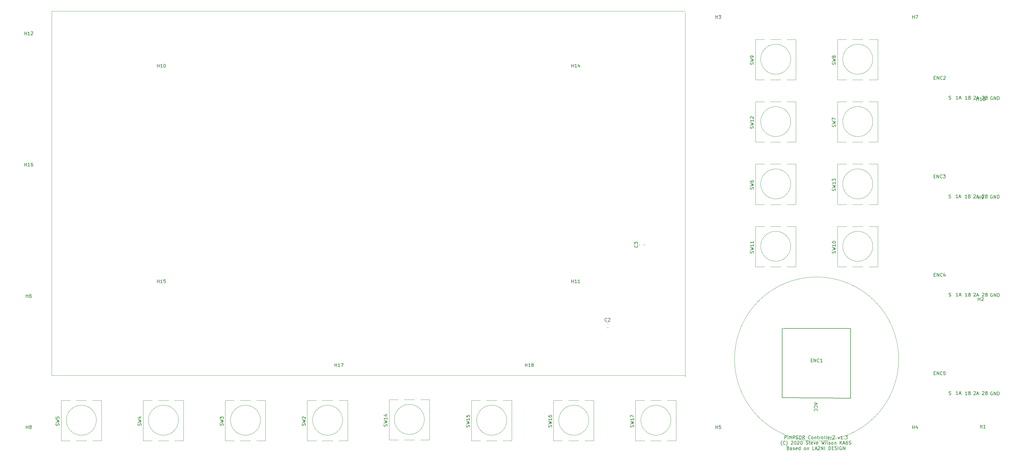
<source format=gto>
G04 #@! TF.GenerationSoftware,KiCad,Pcbnew,6.0.0-rc1-unknown-e7fa02a~66~ubuntu18.04.1*
G04 #@! TF.CreationDate,2020-06-20T12:06:20-07:00
G04 #@! TF.ProjectId,fp2,6670322e-6b69-4636-9164-5f7063625858,rev?*
G04 #@! TF.SameCoordinates,Original*
G04 #@! TF.FileFunction,Legend,Top*
G04 #@! TF.FilePolarity,Positive*
%FSLAX46Y46*%
G04 Gerber Fmt 4.6, Leading zero omitted, Abs format (unit mm)*
G04 Created by KiCad (PCBNEW 6.0.0-rc1-unknown-e7fa02a~66~ubuntu18.04.1) date Sat 20 Jun 2020 12:06:20 PM PDT*
%MOMM*%
%LPD*%
G04 APERTURE LIST*
%ADD10C,0.150000*%
%ADD11C,0.120000*%
G04 APERTURE END LIST*
D10*
X479258380Y-308292666D02*
X480258380Y-308626000D01*
X479258380Y-308959333D01*
X480163142Y-309864095D02*
X480210761Y-309816476D01*
X480258380Y-309673619D01*
X480258380Y-309578380D01*
X480210761Y-309435523D01*
X480115523Y-309340285D01*
X480020285Y-309292666D01*
X479829809Y-309245047D01*
X479686952Y-309245047D01*
X479496476Y-309292666D01*
X479401238Y-309340285D01*
X479306000Y-309435523D01*
X479258380Y-309578380D01*
X479258380Y-309673619D01*
X479306000Y-309816476D01*
X479353619Y-309864095D01*
X480163142Y-310864095D02*
X480210761Y-310816476D01*
X480258380Y-310673619D01*
X480258380Y-310578380D01*
X480210761Y-310435523D01*
X480115523Y-310340285D01*
X480020285Y-310292666D01*
X479829809Y-310245047D01*
X479686952Y-310245047D01*
X479496476Y-310292666D01*
X479401238Y-310340285D01*
X479306000Y-310435523D01*
X479258380Y-310578380D01*
X479258380Y-310673619D01*
X479306000Y-310816476D01*
X479353619Y-310864095D01*
X470282190Y-319350380D02*
X470282190Y-318350380D01*
X470663142Y-318350380D01*
X470758380Y-318398000D01*
X470806000Y-318445619D01*
X470853619Y-318540857D01*
X470853619Y-318683714D01*
X470806000Y-318778952D01*
X470758380Y-318826571D01*
X470663142Y-318874190D01*
X470282190Y-318874190D01*
X471282190Y-319350380D02*
X471282190Y-318683714D01*
X471282190Y-318350380D02*
X471234571Y-318398000D01*
X471282190Y-318445619D01*
X471329809Y-318398000D01*
X471282190Y-318350380D01*
X471282190Y-318445619D01*
X471758380Y-319350380D02*
X471758380Y-318350380D01*
X471758380Y-318826571D02*
X472329809Y-318826571D01*
X472329809Y-319350380D02*
X472329809Y-318350380D01*
X472806000Y-319350380D02*
X472806000Y-318350380D01*
X473186952Y-318350380D01*
X473282190Y-318398000D01*
X473329809Y-318445619D01*
X473377428Y-318540857D01*
X473377428Y-318683714D01*
X473329809Y-318778952D01*
X473282190Y-318826571D01*
X473186952Y-318874190D01*
X472806000Y-318874190D01*
X473758380Y-319302761D02*
X473901238Y-319350380D01*
X474139333Y-319350380D01*
X474234571Y-319302761D01*
X474282190Y-319255142D01*
X474329809Y-319159904D01*
X474329809Y-319064666D01*
X474282190Y-318969428D01*
X474234571Y-318921809D01*
X474139333Y-318874190D01*
X473948857Y-318826571D01*
X473853619Y-318778952D01*
X473806000Y-318731333D01*
X473758380Y-318636095D01*
X473758380Y-318540857D01*
X473806000Y-318445619D01*
X473853619Y-318398000D01*
X473948857Y-318350380D01*
X474186952Y-318350380D01*
X474329809Y-318398000D01*
X474758380Y-319350380D02*
X474758380Y-318350380D01*
X474996476Y-318350380D01*
X475139333Y-318398000D01*
X475234571Y-318493238D01*
X475282190Y-318588476D01*
X475329809Y-318778952D01*
X475329809Y-318921809D01*
X475282190Y-319112285D01*
X475234571Y-319207523D01*
X475139333Y-319302761D01*
X474996476Y-319350380D01*
X474758380Y-319350380D01*
X476329809Y-319350380D02*
X475996476Y-318874190D01*
X475758380Y-319350380D02*
X475758380Y-318350380D01*
X476139333Y-318350380D01*
X476234571Y-318398000D01*
X476282190Y-318445619D01*
X476329809Y-318540857D01*
X476329809Y-318683714D01*
X476282190Y-318778952D01*
X476234571Y-318826571D01*
X476139333Y-318874190D01*
X475758380Y-318874190D01*
X478091714Y-319255142D02*
X478044095Y-319302761D01*
X477901238Y-319350380D01*
X477806000Y-319350380D01*
X477663142Y-319302761D01*
X477567904Y-319207523D01*
X477520285Y-319112285D01*
X477472666Y-318921809D01*
X477472666Y-318778952D01*
X477520285Y-318588476D01*
X477567904Y-318493238D01*
X477663142Y-318398000D01*
X477806000Y-318350380D01*
X477901238Y-318350380D01*
X478044095Y-318398000D01*
X478091714Y-318445619D01*
X478663142Y-319350380D02*
X478567904Y-319302761D01*
X478520285Y-319255142D01*
X478472666Y-319159904D01*
X478472666Y-318874190D01*
X478520285Y-318778952D01*
X478567904Y-318731333D01*
X478663142Y-318683714D01*
X478806000Y-318683714D01*
X478901238Y-318731333D01*
X478948857Y-318778952D01*
X478996476Y-318874190D01*
X478996476Y-319159904D01*
X478948857Y-319255142D01*
X478901238Y-319302761D01*
X478806000Y-319350380D01*
X478663142Y-319350380D01*
X479425047Y-318683714D02*
X479425047Y-319350380D01*
X479425047Y-318778952D02*
X479472666Y-318731333D01*
X479567904Y-318683714D01*
X479710761Y-318683714D01*
X479806000Y-318731333D01*
X479853619Y-318826571D01*
X479853619Y-319350380D01*
X480186952Y-318683714D02*
X480567904Y-318683714D01*
X480329809Y-318350380D02*
X480329809Y-319207523D01*
X480377428Y-319302761D01*
X480472666Y-319350380D01*
X480567904Y-319350380D01*
X480901238Y-319350380D02*
X480901238Y-318683714D01*
X480901238Y-318874190D02*
X480948857Y-318778952D01*
X480996476Y-318731333D01*
X481091714Y-318683714D01*
X481186952Y-318683714D01*
X481663142Y-319350380D02*
X481567904Y-319302761D01*
X481520285Y-319255142D01*
X481472666Y-319159904D01*
X481472666Y-318874190D01*
X481520285Y-318778952D01*
X481567904Y-318731333D01*
X481663142Y-318683714D01*
X481806000Y-318683714D01*
X481901238Y-318731333D01*
X481948857Y-318778952D01*
X481996476Y-318874190D01*
X481996476Y-319159904D01*
X481948857Y-319255142D01*
X481901238Y-319302761D01*
X481806000Y-319350380D01*
X481663142Y-319350380D01*
X482567904Y-319350380D02*
X482472666Y-319302761D01*
X482425047Y-319207523D01*
X482425047Y-318350380D01*
X483091714Y-319350380D02*
X482996476Y-319302761D01*
X482948857Y-319207523D01*
X482948857Y-318350380D01*
X483853619Y-319302761D02*
X483758380Y-319350380D01*
X483567904Y-319350380D01*
X483472666Y-319302761D01*
X483425047Y-319207523D01*
X483425047Y-318826571D01*
X483472666Y-318731333D01*
X483567904Y-318683714D01*
X483758380Y-318683714D01*
X483853619Y-318731333D01*
X483901238Y-318826571D01*
X483901238Y-318921809D01*
X483425047Y-319017047D01*
X484329809Y-319350380D02*
X484329809Y-318683714D01*
X484329809Y-318874190D02*
X484377428Y-318778952D01*
X484425047Y-318731333D01*
X484520285Y-318683714D01*
X484615523Y-318683714D01*
X484901238Y-318445619D02*
X484948857Y-318398000D01*
X485044095Y-318350380D01*
X485282190Y-318350380D01*
X485377428Y-318398000D01*
X485425047Y-318445619D01*
X485472666Y-318540857D01*
X485472666Y-318636095D01*
X485425047Y-318778952D01*
X484853619Y-319350380D01*
X485472666Y-319350380D01*
X486567904Y-318683714D02*
X486806000Y-319350380D01*
X487044095Y-318683714D01*
X487948857Y-319350380D02*
X487377428Y-319350380D01*
X487663142Y-319350380D02*
X487663142Y-318350380D01*
X487567904Y-318493238D01*
X487472666Y-318588476D01*
X487377428Y-318636095D01*
X488377428Y-319255142D02*
X488425047Y-319302761D01*
X488377428Y-319350380D01*
X488329809Y-319302761D01*
X488377428Y-319255142D01*
X488377428Y-319350380D01*
X488758380Y-318350380D02*
X489377428Y-318350380D01*
X489044095Y-318731333D01*
X489186952Y-318731333D01*
X489282190Y-318778952D01*
X489329809Y-318826571D01*
X489377428Y-318921809D01*
X489377428Y-319159904D01*
X489329809Y-319255142D01*
X489282190Y-319302761D01*
X489186952Y-319350380D01*
X488901238Y-319350380D01*
X488806000Y-319302761D01*
X488758380Y-319255142D01*
X469472666Y-321381333D02*
X469425047Y-321333714D01*
X469329809Y-321190857D01*
X469282190Y-321095619D01*
X469234571Y-320952761D01*
X469186952Y-320714666D01*
X469186952Y-320524190D01*
X469234571Y-320286095D01*
X469282190Y-320143238D01*
X469329809Y-320048000D01*
X469425047Y-319905142D01*
X469472666Y-319857523D01*
X470425047Y-320905142D02*
X470377428Y-320952761D01*
X470234571Y-321000380D01*
X470139333Y-321000380D01*
X469996476Y-320952761D01*
X469901238Y-320857523D01*
X469853619Y-320762285D01*
X469806000Y-320571809D01*
X469806000Y-320428952D01*
X469853619Y-320238476D01*
X469901238Y-320143238D01*
X469996476Y-320048000D01*
X470139333Y-320000380D01*
X470234571Y-320000380D01*
X470377428Y-320048000D01*
X470425047Y-320095619D01*
X470758380Y-321381333D02*
X470806000Y-321333714D01*
X470901238Y-321190857D01*
X470948857Y-321095619D01*
X470996476Y-320952761D01*
X471044095Y-320714666D01*
X471044095Y-320524190D01*
X470996476Y-320286095D01*
X470948857Y-320143238D01*
X470901238Y-320048000D01*
X470806000Y-319905142D01*
X470758380Y-319857523D01*
X472234571Y-320095619D02*
X472282190Y-320048000D01*
X472377428Y-320000380D01*
X472615523Y-320000380D01*
X472710761Y-320048000D01*
X472758380Y-320095619D01*
X472806000Y-320190857D01*
X472806000Y-320286095D01*
X472758380Y-320428952D01*
X472186952Y-321000380D01*
X472806000Y-321000380D01*
X473425047Y-320000380D02*
X473520285Y-320000380D01*
X473615523Y-320048000D01*
X473663142Y-320095619D01*
X473710761Y-320190857D01*
X473758380Y-320381333D01*
X473758380Y-320619428D01*
X473710761Y-320809904D01*
X473663142Y-320905142D01*
X473615523Y-320952761D01*
X473520285Y-321000380D01*
X473425047Y-321000380D01*
X473329809Y-320952761D01*
X473282190Y-320905142D01*
X473234571Y-320809904D01*
X473186952Y-320619428D01*
X473186952Y-320381333D01*
X473234571Y-320190857D01*
X473282190Y-320095619D01*
X473329809Y-320048000D01*
X473425047Y-320000380D01*
X474139333Y-320095619D02*
X474186952Y-320048000D01*
X474282190Y-320000380D01*
X474520285Y-320000380D01*
X474615523Y-320048000D01*
X474663142Y-320095619D01*
X474710761Y-320190857D01*
X474710761Y-320286095D01*
X474663142Y-320428952D01*
X474091714Y-321000380D01*
X474710761Y-321000380D01*
X475329809Y-320000380D02*
X475425047Y-320000380D01*
X475520285Y-320048000D01*
X475567904Y-320095619D01*
X475615523Y-320190857D01*
X475663142Y-320381333D01*
X475663142Y-320619428D01*
X475615523Y-320809904D01*
X475567904Y-320905142D01*
X475520285Y-320952761D01*
X475425047Y-321000380D01*
X475329809Y-321000380D01*
X475234571Y-320952761D01*
X475186952Y-320905142D01*
X475139333Y-320809904D01*
X475091714Y-320619428D01*
X475091714Y-320381333D01*
X475139333Y-320190857D01*
X475186952Y-320095619D01*
X475234571Y-320048000D01*
X475329809Y-320000380D01*
X476806000Y-320952761D02*
X476948857Y-321000380D01*
X477186952Y-321000380D01*
X477282190Y-320952761D01*
X477329809Y-320905142D01*
X477377428Y-320809904D01*
X477377428Y-320714666D01*
X477329809Y-320619428D01*
X477282190Y-320571809D01*
X477186952Y-320524190D01*
X476996476Y-320476571D01*
X476901238Y-320428952D01*
X476853619Y-320381333D01*
X476806000Y-320286095D01*
X476806000Y-320190857D01*
X476853619Y-320095619D01*
X476901238Y-320048000D01*
X476996476Y-320000380D01*
X477234571Y-320000380D01*
X477377428Y-320048000D01*
X477663142Y-320333714D02*
X478044095Y-320333714D01*
X477806000Y-320000380D02*
X477806000Y-320857523D01*
X477853619Y-320952761D01*
X477948857Y-321000380D01*
X478044095Y-321000380D01*
X478758380Y-320952761D02*
X478663142Y-321000380D01*
X478472666Y-321000380D01*
X478377428Y-320952761D01*
X478329809Y-320857523D01*
X478329809Y-320476571D01*
X478377428Y-320381333D01*
X478472666Y-320333714D01*
X478663142Y-320333714D01*
X478758380Y-320381333D01*
X478806000Y-320476571D01*
X478806000Y-320571809D01*
X478329809Y-320667047D01*
X479139333Y-320333714D02*
X479377428Y-321000380D01*
X479615523Y-320333714D01*
X480377428Y-320952761D02*
X480282190Y-321000380D01*
X480091714Y-321000380D01*
X479996476Y-320952761D01*
X479948857Y-320857523D01*
X479948857Y-320476571D01*
X479996476Y-320381333D01*
X480091714Y-320333714D01*
X480282190Y-320333714D01*
X480377428Y-320381333D01*
X480425047Y-320476571D01*
X480425047Y-320571809D01*
X479948857Y-320667047D01*
X481520285Y-320000380D02*
X481758380Y-321000380D01*
X481948857Y-320286095D01*
X482139333Y-321000380D01*
X482377428Y-320000380D01*
X482758380Y-321000380D02*
X482758380Y-320333714D01*
X482758380Y-320000380D02*
X482710761Y-320048000D01*
X482758380Y-320095619D01*
X482806000Y-320048000D01*
X482758380Y-320000380D01*
X482758380Y-320095619D01*
X483377428Y-321000380D02*
X483282190Y-320952761D01*
X483234571Y-320857523D01*
X483234571Y-320000380D01*
X483710761Y-320952761D02*
X483806000Y-321000380D01*
X483996476Y-321000380D01*
X484091714Y-320952761D01*
X484139333Y-320857523D01*
X484139333Y-320809904D01*
X484091714Y-320714666D01*
X483996476Y-320667047D01*
X483853619Y-320667047D01*
X483758380Y-320619428D01*
X483710761Y-320524190D01*
X483710761Y-320476571D01*
X483758380Y-320381333D01*
X483853619Y-320333714D01*
X483996476Y-320333714D01*
X484091714Y-320381333D01*
X484710761Y-321000380D02*
X484615523Y-320952761D01*
X484567904Y-320905142D01*
X484520285Y-320809904D01*
X484520285Y-320524190D01*
X484567904Y-320428952D01*
X484615523Y-320381333D01*
X484710761Y-320333714D01*
X484853619Y-320333714D01*
X484948857Y-320381333D01*
X484996476Y-320428952D01*
X485044095Y-320524190D01*
X485044095Y-320809904D01*
X484996476Y-320905142D01*
X484948857Y-320952761D01*
X484853619Y-321000380D01*
X484710761Y-321000380D01*
X485472666Y-320333714D02*
X485472666Y-321000380D01*
X485472666Y-320428952D02*
X485520285Y-320381333D01*
X485615523Y-320333714D01*
X485758380Y-320333714D01*
X485853619Y-320381333D01*
X485901238Y-320476571D01*
X485901238Y-321000380D01*
X487139333Y-321000380D02*
X487139333Y-320000380D01*
X487710761Y-321000380D02*
X487282190Y-320428952D01*
X487710761Y-320000380D02*
X487139333Y-320571809D01*
X488091714Y-320714666D02*
X488567904Y-320714666D01*
X487996476Y-321000380D02*
X488329809Y-320000380D01*
X488663142Y-321000380D01*
X489425047Y-320000380D02*
X489234571Y-320000380D01*
X489139333Y-320048000D01*
X489091714Y-320095619D01*
X488996476Y-320238476D01*
X488948857Y-320428952D01*
X488948857Y-320809904D01*
X488996476Y-320905142D01*
X489044095Y-320952761D01*
X489139333Y-321000380D01*
X489329809Y-321000380D01*
X489425047Y-320952761D01*
X489472666Y-320905142D01*
X489520285Y-320809904D01*
X489520285Y-320571809D01*
X489472666Y-320476571D01*
X489425047Y-320428952D01*
X489329809Y-320381333D01*
X489139333Y-320381333D01*
X489044095Y-320428952D01*
X488996476Y-320476571D01*
X488948857Y-320571809D01*
X489901238Y-320952761D02*
X490044095Y-321000380D01*
X490282190Y-321000380D01*
X490377428Y-320952761D01*
X490425047Y-320905142D01*
X490472666Y-320809904D01*
X490472666Y-320714666D01*
X490425047Y-320619428D01*
X490377428Y-320571809D01*
X490282190Y-320524190D01*
X490091714Y-320476571D01*
X489996476Y-320428952D01*
X489948857Y-320381333D01*
X489901238Y-320286095D01*
X489901238Y-320190857D01*
X489948857Y-320095619D01*
X489996476Y-320048000D01*
X490091714Y-320000380D01*
X490329809Y-320000380D01*
X490472666Y-320048000D01*
X471329809Y-322126571D02*
X471472666Y-322174190D01*
X471520285Y-322221809D01*
X471567904Y-322317047D01*
X471567904Y-322459904D01*
X471520285Y-322555142D01*
X471472666Y-322602761D01*
X471377428Y-322650380D01*
X470996476Y-322650380D01*
X470996476Y-321650380D01*
X471329809Y-321650380D01*
X471425047Y-321698000D01*
X471472666Y-321745619D01*
X471520285Y-321840857D01*
X471520285Y-321936095D01*
X471472666Y-322031333D01*
X471425047Y-322078952D01*
X471329809Y-322126571D01*
X470996476Y-322126571D01*
X472425047Y-322650380D02*
X472425047Y-322126571D01*
X472377428Y-322031333D01*
X472282190Y-321983714D01*
X472091714Y-321983714D01*
X471996476Y-322031333D01*
X472425047Y-322602761D02*
X472329809Y-322650380D01*
X472091714Y-322650380D01*
X471996476Y-322602761D01*
X471948857Y-322507523D01*
X471948857Y-322412285D01*
X471996476Y-322317047D01*
X472091714Y-322269428D01*
X472329809Y-322269428D01*
X472425047Y-322221809D01*
X472853619Y-322602761D02*
X472948857Y-322650380D01*
X473139333Y-322650380D01*
X473234571Y-322602761D01*
X473282190Y-322507523D01*
X473282190Y-322459904D01*
X473234571Y-322364666D01*
X473139333Y-322317047D01*
X472996476Y-322317047D01*
X472901238Y-322269428D01*
X472853619Y-322174190D01*
X472853619Y-322126571D01*
X472901238Y-322031333D01*
X472996476Y-321983714D01*
X473139333Y-321983714D01*
X473234571Y-322031333D01*
X474091714Y-322602761D02*
X473996476Y-322650380D01*
X473806000Y-322650380D01*
X473710761Y-322602761D01*
X473663142Y-322507523D01*
X473663142Y-322126571D01*
X473710761Y-322031333D01*
X473806000Y-321983714D01*
X473996476Y-321983714D01*
X474091714Y-322031333D01*
X474139333Y-322126571D01*
X474139333Y-322221809D01*
X473663142Y-322317047D01*
X474996476Y-322650380D02*
X474996476Y-321650380D01*
X474996476Y-322602761D02*
X474901238Y-322650380D01*
X474710761Y-322650380D01*
X474615523Y-322602761D01*
X474567904Y-322555142D01*
X474520285Y-322459904D01*
X474520285Y-322174190D01*
X474567904Y-322078952D01*
X474615523Y-322031333D01*
X474710761Y-321983714D01*
X474901238Y-321983714D01*
X474996476Y-322031333D01*
X476377428Y-322650380D02*
X476282190Y-322602761D01*
X476234571Y-322555142D01*
X476186952Y-322459904D01*
X476186952Y-322174190D01*
X476234571Y-322078952D01*
X476282190Y-322031333D01*
X476377428Y-321983714D01*
X476520285Y-321983714D01*
X476615523Y-322031333D01*
X476663142Y-322078952D01*
X476710761Y-322174190D01*
X476710761Y-322459904D01*
X476663142Y-322555142D01*
X476615523Y-322602761D01*
X476520285Y-322650380D01*
X476377428Y-322650380D01*
X477139333Y-321983714D02*
X477139333Y-322650380D01*
X477139333Y-322078952D02*
X477186952Y-322031333D01*
X477282190Y-321983714D01*
X477425047Y-321983714D01*
X477520285Y-322031333D01*
X477567904Y-322126571D01*
X477567904Y-322650380D01*
X479282190Y-322650380D02*
X478806000Y-322650380D01*
X478806000Y-321650380D01*
X479567904Y-322364666D02*
X480044095Y-322364666D01*
X479472666Y-322650380D02*
X479806000Y-321650380D01*
X480139333Y-322650380D01*
X480425047Y-321745619D02*
X480472666Y-321698000D01*
X480567904Y-321650380D01*
X480806000Y-321650380D01*
X480901238Y-321698000D01*
X480948857Y-321745619D01*
X480996476Y-321840857D01*
X480996476Y-321936095D01*
X480948857Y-322078952D01*
X480377428Y-322650380D01*
X480996476Y-322650380D01*
X481425047Y-322650380D02*
X481425047Y-321650380D01*
X481996476Y-322650380D01*
X481996476Y-321650380D01*
X482472666Y-322650380D02*
X482472666Y-321650380D01*
X483710761Y-322650380D02*
X483710761Y-321650380D01*
X483948857Y-321650380D01*
X484091714Y-321698000D01*
X484186952Y-321793238D01*
X484234571Y-321888476D01*
X484282190Y-322078952D01*
X484282190Y-322221809D01*
X484234571Y-322412285D01*
X484186952Y-322507523D01*
X484091714Y-322602761D01*
X483948857Y-322650380D01*
X483710761Y-322650380D01*
X484710761Y-322126571D02*
X485044095Y-322126571D01*
X485186952Y-322650380D02*
X484710761Y-322650380D01*
X484710761Y-321650380D01*
X485186952Y-321650380D01*
X485567904Y-322602761D02*
X485710761Y-322650380D01*
X485948857Y-322650380D01*
X486044095Y-322602761D01*
X486091714Y-322555142D01*
X486139333Y-322459904D01*
X486139333Y-322364666D01*
X486091714Y-322269428D01*
X486044095Y-322221809D01*
X485948857Y-322174190D01*
X485758380Y-322126571D01*
X485663142Y-322078952D01*
X485615523Y-322031333D01*
X485567904Y-321936095D01*
X485567904Y-321840857D01*
X485615523Y-321745619D01*
X485663142Y-321698000D01*
X485758380Y-321650380D01*
X485996476Y-321650380D01*
X486139333Y-321698000D01*
X486567904Y-322650380D02*
X486567904Y-321650380D01*
X487567904Y-321698000D02*
X487472666Y-321650380D01*
X487329809Y-321650380D01*
X487186952Y-321698000D01*
X487091714Y-321793238D01*
X487044095Y-321888476D01*
X486996476Y-322078952D01*
X486996476Y-322221809D01*
X487044095Y-322412285D01*
X487091714Y-322507523D01*
X487186952Y-322602761D01*
X487329809Y-322650380D01*
X487425047Y-322650380D01*
X487567904Y-322602761D01*
X487615523Y-322555142D01*
X487615523Y-322221809D01*
X487425047Y-322221809D01*
X488044095Y-322650380D02*
X488044095Y-321650380D01*
X488615523Y-322650380D01*
X488615523Y-321650380D01*
D11*
X247000000Y-189000000D02*
X247000000Y-300000000D01*
X440000000Y-189000000D02*
X247000000Y-189000000D01*
X439928000Y-300484000D02*
X439928000Y-189484000D01*
X247000000Y-300000000D02*
X440000000Y-300000000D01*
X505000000Y-295000000D02*
G75*
G03X505000000Y-295000000I-25000000J0D01*
G01*
X416047422Y-285444000D02*
X416564578Y-285444000D01*
X416047422Y-284024000D02*
X416564578Y-284024000D01*
X426010000Y-260432578D02*
X426010000Y-259915422D01*
X427430000Y-260432578D02*
X427430000Y-259915422D01*
X324850000Y-319900000D02*
X324850000Y-307600000D01*
X329430000Y-307600000D02*
X332570000Y-307600000D01*
X337150000Y-307600000D02*
X337150000Y-319900000D01*
X327570000Y-319900000D02*
X324850000Y-319900000D01*
X335619050Y-313650000D02*
G75*
G03X335619050Y-313650000I-4579050J0D01*
G01*
X337150000Y-319900000D02*
X334430000Y-319900000D01*
X332570000Y-319900000D02*
X329430000Y-319900000D01*
X334430000Y-307600000D02*
X337150000Y-307600000D01*
X324850000Y-307600000D02*
X327570000Y-307600000D01*
X299850000Y-307600000D02*
X302570000Y-307600000D01*
X309430000Y-307600000D02*
X312150000Y-307600000D01*
X307570000Y-319900000D02*
X304430000Y-319900000D01*
X312150000Y-319900000D02*
X309430000Y-319900000D01*
X310619050Y-313650000D02*
G75*
G03X310619050Y-313650000I-4579050J0D01*
G01*
X302570000Y-319900000D02*
X299850000Y-319900000D01*
X312150000Y-307600000D02*
X312150000Y-319900000D01*
X304430000Y-307600000D02*
X307570000Y-307600000D01*
X299850000Y-319900000D02*
X299850000Y-307600000D01*
X274850000Y-319900000D02*
X274850000Y-307600000D01*
X279430000Y-307600000D02*
X282570000Y-307600000D01*
X287150000Y-307600000D02*
X287150000Y-319900000D01*
X277570000Y-319900000D02*
X274850000Y-319900000D01*
X285619050Y-313650000D02*
G75*
G03X285619050Y-313650000I-4579050J0D01*
G01*
X287150000Y-319900000D02*
X284430000Y-319900000D01*
X282570000Y-319900000D02*
X279430000Y-319900000D01*
X284430000Y-307600000D02*
X287150000Y-307600000D01*
X274850000Y-307600000D02*
X277570000Y-307600000D01*
X249850000Y-307600000D02*
X252570000Y-307600000D01*
X259430000Y-307600000D02*
X262150000Y-307600000D01*
X257570000Y-319900000D02*
X254430000Y-319900000D01*
X262150000Y-319900000D02*
X259430000Y-319900000D01*
X260619050Y-313650000D02*
G75*
G03X260619050Y-313650000I-4579050J0D01*
G01*
X252570000Y-319900000D02*
X249850000Y-319900000D01*
X262150000Y-307600000D02*
X262150000Y-319900000D01*
X254430000Y-307600000D02*
X257570000Y-307600000D01*
X249850000Y-319900000D02*
X249850000Y-307600000D01*
X461350000Y-247900000D02*
X461350000Y-235600000D01*
X465930000Y-235600000D02*
X469070000Y-235600000D01*
X473650000Y-235600000D02*
X473650000Y-247900000D01*
X464070000Y-247900000D02*
X461350000Y-247900000D01*
X472119050Y-241650000D02*
G75*
G03X472119050Y-241650000I-4579050J0D01*
G01*
X473650000Y-247900000D02*
X470930000Y-247900000D01*
X469070000Y-247900000D02*
X465930000Y-247900000D01*
X470930000Y-235600000D02*
X473650000Y-235600000D01*
X461350000Y-235600000D02*
X464070000Y-235600000D01*
X486350000Y-216600000D02*
X489070000Y-216600000D01*
X495930000Y-216600000D02*
X498650000Y-216600000D01*
X494070000Y-228900000D02*
X490930000Y-228900000D01*
X498650000Y-228900000D02*
X495930000Y-228900000D01*
X497119050Y-222650000D02*
G75*
G03X497119050Y-222650000I-4579050J0D01*
G01*
X489070000Y-228900000D02*
X486350000Y-228900000D01*
X498650000Y-216600000D02*
X498650000Y-228900000D01*
X490930000Y-216600000D02*
X494070000Y-216600000D01*
X486350000Y-228900000D02*
X486350000Y-216600000D01*
X486350000Y-209900000D02*
X486350000Y-197600000D01*
X490930000Y-197600000D02*
X494070000Y-197600000D01*
X498650000Y-197600000D02*
X498650000Y-209900000D01*
X489070000Y-209900000D02*
X486350000Y-209900000D01*
X497119050Y-203650000D02*
G75*
G03X497119050Y-203650000I-4579050J0D01*
G01*
X498650000Y-209900000D02*
X495930000Y-209900000D01*
X494070000Y-209900000D02*
X490930000Y-209900000D01*
X495930000Y-197600000D02*
X498650000Y-197600000D01*
X486350000Y-197600000D02*
X489070000Y-197600000D01*
X461350000Y-197600000D02*
X464070000Y-197600000D01*
X470930000Y-197600000D02*
X473650000Y-197600000D01*
X469070000Y-209900000D02*
X465930000Y-209900000D01*
X473650000Y-209900000D02*
X470930000Y-209900000D01*
X472119050Y-203650000D02*
G75*
G03X472119050Y-203650000I-4579050J0D01*
G01*
X464070000Y-209900000D02*
X461350000Y-209900000D01*
X473650000Y-197600000D02*
X473650000Y-209900000D01*
X465930000Y-197600000D02*
X469070000Y-197600000D01*
X461350000Y-209900000D02*
X461350000Y-197600000D01*
X486350000Y-254600000D02*
X489070000Y-254600000D01*
X495930000Y-254600000D02*
X498650000Y-254600000D01*
X494070000Y-266900000D02*
X490930000Y-266900000D01*
X498650000Y-266900000D02*
X495930000Y-266900000D01*
X497119050Y-260650000D02*
G75*
G03X497119050Y-260650000I-4579050J0D01*
G01*
X489070000Y-266900000D02*
X486350000Y-266900000D01*
X498650000Y-254600000D02*
X498650000Y-266900000D01*
X490930000Y-254600000D02*
X494070000Y-254600000D01*
X486350000Y-266900000D02*
X486350000Y-254600000D01*
X461350000Y-266900000D02*
X461350000Y-254600000D01*
X465930000Y-254600000D02*
X469070000Y-254600000D01*
X473650000Y-254600000D02*
X473650000Y-266900000D01*
X464070000Y-266900000D02*
X461350000Y-266900000D01*
X472119050Y-260650000D02*
G75*
G03X472119050Y-260650000I-4579050J0D01*
G01*
X473650000Y-266900000D02*
X470930000Y-266900000D01*
X469070000Y-266900000D02*
X465930000Y-266900000D01*
X470930000Y-254600000D02*
X473650000Y-254600000D01*
X461350000Y-254600000D02*
X464070000Y-254600000D01*
X461350000Y-228900000D02*
X461350000Y-216600000D01*
X465930000Y-216600000D02*
X469070000Y-216600000D01*
X473650000Y-216600000D02*
X473650000Y-228900000D01*
X464070000Y-228900000D02*
X461350000Y-228900000D01*
X472119050Y-222650000D02*
G75*
G03X472119050Y-222650000I-4579050J0D01*
G01*
X473650000Y-228900000D02*
X470930000Y-228900000D01*
X469070000Y-228900000D02*
X465930000Y-228900000D01*
X470930000Y-216600000D02*
X473650000Y-216600000D01*
X461350000Y-216600000D02*
X464070000Y-216600000D01*
X486350000Y-235600000D02*
X489070000Y-235600000D01*
X495930000Y-235600000D02*
X498650000Y-235600000D01*
X494070000Y-247900000D02*
X490930000Y-247900000D01*
X498650000Y-247900000D02*
X495930000Y-247900000D01*
X497119050Y-241650000D02*
G75*
G03X497119050Y-241650000I-4579050J0D01*
G01*
X489070000Y-247900000D02*
X486350000Y-247900000D01*
X498650000Y-235600000D02*
X498650000Y-247900000D01*
X490930000Y-235600000D02*
X494070000Y-235600000D01*
X486350000Y-247900000D02*
X486350000Y-235600000D01*
X349754000Y-319646000D02*
X349754000Y-307346000D01*
X354334000Y-307346000D02*
X357474000Y-307346000D01*
X362054000Y-307346000D02*
X362054000Y-319646000D01*
X352474000Y-319646000D02*
X349754000Y-319646000D01*
X360523050Y-313396000D02*
G75*
G03X360523050Y-313396000I-4579050J0D01*
G01*
X362054000Y-319646000D02*
X359334000Y-319646000D01*
X357474000Y-319646000D02*
X354334000Y-319646000D01*
X359334000Y-307346000D02*
X362054000Y-307346000D01*
X349754000Y-307346000D02*
X352474000Y-307346000D01*
X374850000Y-307600000D02*
X377570000Y-307600000D01*
X384430000Y-307600000D02*
X387150000Y-307600000D01*
X382570000Y-319900000D02*
X379430000Y-319900000D01*
X387150000Y-319900000D02*
X384430000Y-319900000D01*
X385619050Y-313650000D02*
G75*
G03X385619050Y-313650000I-4579050J0D01*
G01*
X377570000Y-319900000D02*
X374850000Y-319900000D01*
X387150000Y-307600000D02*
X387150000Y-319900000D01*
X379430000Y-307600000D02*
X382570000Y-307600000D01*
X374850000Y-319900000D02*
X374850000Y-307600000D01*
X399850000Y-319900000D02*
X399850000Y-307600000D01*
X404430000Y-307600000D02*
X407570000Y-307600000D01*
X412150000Y-307600000D02*
X412150000Y-319900000D01*
X402570000Y-319900000D02*
X399850000Y-319900000D01*
X410619050Y-313650000D02*
G75*
G03X410619050Y-313650000I-4579050J0D01*
G01*
X412150000Y-319900000D02*
X409430000Y-319900000D01*
X407570000Y-319900000D02*
X404430000Y-319900000D01*
X409430000Y-307600000D02*
X412150000Y-307600000D01*
X399850000Y-307600000D02*
X402570000Y-307600000D01*
X424850000Y-307600000D02*
X427570000Y-307600000D01*
X434430000Y-307600000D02*
X437150000Y-307600000D01*
X432570000Y-319900000D02*
X429430000Y-319900000D01*
X437150000Y-319900000D02*
X434430000Y-319900000D01*
X435619050Y-313650000D02*
G75*
G03X435619050Y-313650000I-4579050J0D01*
G01*
X427570000Y-319900000D02*
X424850000Y-319900000D01*
X437150000Y-307600000D02*
X437150000Y-319900000D01*
X429430000Y-307600000D02*
X432570000Y-307600000D01*
X424850000Y-319900000D02*
X424850000Y-307600000D01*
D10*
X469820000Y-285700000D02*
X490330000Y-285700000D01*
X490330000Y-285700000D02*
X490330000Y-306930000D01*
X490330000Y-306930000D02*
X469550000Y-306750000D01*
X469550000Y-306750000D02*
X469550000Y-285520000D01*
X391253904Y-297316380D02*
X391253904Y-296316380D01*
X391253904Y-296792571D02*
X391825333Y-296792571D01*
X391825333Y-297316380D02*
X391825333Y-296316380D01*
X392825333Y-297316380D02*
X392253904Y-297316380D01*
X392539619Y-297316380D02*
X392539619Y-296316380D01*
X392444380Y-296459238D01*
X392349142Y-296554476D01*
X392253904Y-296602095D01*
X393396761Y-296744952D02*
X393301523Y-296697333D01*
X393253904Y-296649714D01*
X393206285Y-296554476D01*
X393206285Y-296506857D01*
X393253904Y-296411619D01*
X393301523Y-296364000D01*
X393396761Y-296316380D01*
X393587238Y-296316380D01*
X393682476Y-296364000D01*
X393730095Y-296411619D01*
X393777714Y-296506857D01*
X393777714Y-296554476D01*
X393730095Y-296649714D01*
X393682476Y-296697333D01*
X393587238Y-296744952D01*
X393396761Y-296744952D01*
X393301523Y-296792571D01*
X393253904Y-296840190D01*
X393206285Y-296935428D01*
X393206285Y-297125904D01*
X393253904Y-297221142D01*
X393301523Y-297268761D01*
X393396761Y-297316380D01*
X393587238Y-297316380D01*
X393682476Y-297268761D01*
X393730095Y-297221142D01*
X393777714Y-297125904D01*
X393777714Y-296935428D01*
X393730095Y-296840190D01*
X393682476Y-296792571D01*
X393587238Y-296744952D01*
X416139333Y-283441142D02*
X416091714Y-283488761D01*
X415948857Y-283536380D01*
X415853619Y-283536380D01*
X415710761Y-283488761D01*
X415615523Y-283393523D01*
X415567904Y-283298285D01*
X415520285Y-283107809D01*
X415520285Y-282964952D01*
X415567904Y-282774476D01*
X415615523Y-282679238D01*
X415710761Y-282584000D01*
X415853619Y-282536380D01*
X415948857Y-282536380D01*
X416091714Y-282584000D01*
X416139333Y-282631619D01*
X416520285Y-282631619D02*
X416567904Y-282584000D01*
X416663142Y-282536380D01*
X416901238Y-282536380D01*
X416996476Y-282584000D01*
X417044095Y-282631619D01*
X417091714Y-282726857D01*
X417091714Y-282822095D01*
X417044095Y-282964952D01*
X416472666Y-283536380D01*
X417091714Y-283536380D01*
X425427142Y-260340666D02*
X425474761Y-260388285D01*
X425522380Y-260531142D01*
X425522380Y-260626380D01*
X425474761Y-260769238D01*
X425379523Y-260864476D01*
X425284285Y-260912095D01*
X425093809Y-260959714D01*
X424950952Y-260959714D01*
X424760476Y-260912095D01*
X424665238Y-260864476D01*
X424570000Y-260769238D01*
X424522380Y-260626380D01*
X424522380Y-260531142D01*
X424570000Y-260388285D01*
X424617619Y-260340666D01*
X424522380Y-260007333D02*
X424522380Y-259388285D01*
X424903333Y-259721619D01*
X424903333Y-259578761D01*
X424950952Y-259483523D01*
X424998571Y-259435904D01*
X425093809Y-259388285D01*
X425331904Y-259388285D01*
X425427142Y-259435904D01*
X425474761Y-259483523D01*
X425522380Y-259578761D01*
X425522380Y-259864476D01*
X425474761Y-259959714D01*
X425427142Y-260007333D01*
X529238095Y-277252380D02*
X529238095Y-276252380D01*
X529238095Y-276728571D02*
X529809523Y-276728571D01*
X529809523Y-277252380D02*
X529809523Y-276252380D01*
X530238095Y-276347619D02*
X530285714Y-276300000D01*
X530380952Y-276252380D01*
X530619047Y-276252380D01*
X530714285Y-276300000D01*
X530761904Y-276347619D01*
X530809523Y-276442857D01*
X530809523Y-276538095D01*
X530761904Y-276680952D01*
X530190476Y-277252380D01*
X530809523Y-277252380D01*
X449238095Y-191252380D02*
X449238095Y-190252380D01*
X449238095Y-190728571D02*
X449809523Y-190728571D01*
X449809523Y-191252380D02*
X449809523Y-190252380D01*
X450190476Y-190252380D02*
X450809523Y-190252380D01*
X450476190Y-190633333D01*
X450619047Y-190633333D01*
X450714285Y-190680952D01*
X450761904Y-190728571D01*
X450809523Y-190823809D01*
X450809523Y-191061904D01*
X450761904Y-191157142D01*
X450714285Y-191204761D01*
X450619047Y-191252380D01*
X450333333Y-191252380D01*
X450238095Y-191204761D01*
X450190476Y-191157142D01*
X509238095Y-316252380D02*
X509238095Y-315252380D01*
X509238095Y-315728571D02*
X509809523Y-315728571D01*
X509809523Y-316252380D02*
X509809523Y-315252380D01*
X510714285Y-315585714D02*
X510714285Y-316252380D01*
X510476190Y-315204761D02*
X510238095Y-315919047D01*
X510857142Y-315919047D01*
X449238095Y-316252380D02*
X449238095Y-315252380D01*
X449238095Y-315728571D02*
X449809523Y-315728571D01*
X449809523Y-316252380D02*
X449809523Y-315252380D01*
X450761904Y-315252380D02*
X450285714Y-315252380D01*
X450238095Y-315728571D01*
X450285714Y-315680952D01*
X450380952Y-315633333D01*
X450619047Y-315633333D01*
X450714285Y-315680952D01*
X450761904Y-315728571D01*
X450809523Y-315823809D01*
X450809523Y-316061904D01*
X450761904Y-316157142D01*
X450714285Y-316204761D01*
X450619047Y-316252380D01*
X450380952Y-316252380D01*
X450285714Y-316204761D01*
X450238095Y-316157142D01*
X239238095Y-276252380D02*
X239238095Y-275252380D01*
X239238095Y-275728571D02*
X239809523Y-275728571D01*
X239809523Y-276252380D02*
X239809523Y-275252380D01*
X240714285Y-275252380D02*
X240523809Y-275252380D01*
X240428571Y-275300000D01*
X240380952Y-275347619D01*
X240285714Y-275490476D01*
X240238095Y-275680952D01*
X240238095Y-276061904D01*
X240285714Y-276157142D01*
X240333333Y-276204761D01*
X240428571Y-276252380D01*
X240619047Y-276252380D01*
X240714285Y-276204761D01*
X240761904Y-276157142D01*
X240809523Y-276061904D01*
X240809523Y-275823809D01*
X240761904Y-275728571D01*
X240714285Y-275680952D01*
X240619047Y-275633333D01*
X240428571Y-275633333D01*
X240333333Y-275680952D01*
X240285714Y-275728571D01*
X240238095Y-275823809D01*
X509238095Y-191252380D02*
X509238095Y-190252380D01*
X509238095Y-190728571D02*
X509809523Y-190728571D01*
X509809523Y-191252380D02*
X509809523Y-190252380D01*
X510190476Y-190252380D02*
X510857142Y-190252380D01*
X510428571Y-191252380D01*
X239238095Y-316252380D02*
X239238095Y-315252380D01*
X239238095Y-315728571D02*
X239809523Y-315728571D01*
X239809523Y-316252380D02*
X239809523Y-315252380D01*
X240428571Y-315680952D02*
X240333333Y-315633333D01*
X240285714Y-315585714D01*
X240238095Y-315490476D01*
X240238095Y-315442857D01*
X240285714Y-315347619D01*
X240333333Y-315300000D01*
X240428571Y-315252380D01*
X240619047Y-315252380D01*
X240714285Y-315300000D01*
X240761904Y-315347619D01*
X240809523Y-315442857D01*
X240809523Y-315490476D01*
X240761904Y-315585714D01*
X240714285Y-315633333D01*
X240619047Y-315680952D01*
X240428571Y-315680952D01*
X240333333Y-315728571D01*
X240285714Y-315776190D01*
X240238095Y-315871428D01*
X240238095Y-316061904D01*
X240285714Y-316157142D01*
X240333333Y-316204761D01*
X240428571Y-316252380D01*
X240619047Y-316252380D01*
X240714285Y-316204761D01*
X240761904Y-316157142D01*
X240809523Y-316061904D01*
X240809523Y-315871428D01*
X240761904Y-315776190D01*
X240714285Y-315728571D01*
X240619047Y-315680952D01*
X529238095Y-246252380D02*
X529238095Y-245252380D01*
X529238095Y-245728571D02*
X529809523Y-245728571D01*
X529809523Y-246252380D02*
X529809523Y-245252380D01*
X530333333Y-246252380D02*
X530523809Y-246252380D01*
X530619047Y-246204761D01*
X530666666Y-246157142D01*
X530761904Y-246014285D01*
X530809523Y-245823809D01*
X530809523Y-245442857D01*
X530761904Y-245347619D01*
X530714285Y-245300000D01*
X530619047Y-245252380D01*
X530428571Y-245252380D01*
X530333333Y-245300000D01*
X530285714Y-245347619D01*
X530238095Y-245442857D01*
X530238095Y-245680952D01*
X530285714Y-245776190D01*
X530333333Y-245823809D01*
X530428571Y-245871428D01*
X530619047Y-245871428D01*
X530714285Y-245823809D01*
X530761904Y-245776190D01*
X530809523Y-245680952D01*
X279161904Y-206127380D02*
X279161904Y-205127380D01*
X279161904Y-205603571D02*
X279733333Y-205603571D01*
X279733333Y-206127380D02*
X279733333Y-205127380D01*
X280733333Y-206127380D02*
X280161904Y-206127380D01*
X280447619Y-206127380D02*
X280447619Y-205127380D01*
X280352380Y-205270238D01*
X280257142Y-205365476D01*
X280161904Y-205413095D01*
X281352380Y-205127380D02*
X281447619Y-205127380D01*
X281542857Y-205175000D01*
X281590476Y-205222619D01*
X281638095Y-205317857D01*
X281685714Y-205508333D01*
X281685714Y-205746428D01*
X281638095Y-205936904D01*
X281590476Y-206032142D01*
X281542857Y-206079761D01*
X281447619Y-206127380D01*
X281352380Y-206127380D01*
X281257142Y-206079761D01*
X281209523Y-206032142D01*
X281161904Y-205936904D01*
X281114285Y-205746428D01*
X281114285Y-205508333D01*
X281161904Y-205317857D01*
X281209523Y-205222619D01*
X281257142Y-205175000D01*
X281352380Y-205127380D01*
X405361904Y-271777380D02*
X405361904Y-270777380D01*
X405361904Y-271253571D02*
X405933333Y-271253571D01*
X405933333Y-271777380D02*
X405933333Y-270777380D01*
X406933333Y-271777380D02*
X406361904Y-271777380D01*
X406647619Y-271777380D02*
X406647619Y-270777380D01*
X406552380Y-270920238D01*
X406457142Y-271015476D01*
X406361904Y-271063095D01*
X407885714Y-271777380D02*
X407314285Y-271777380D01*
X407600000Y-271777380D02*
X407600000Y-270777380D01*
X407504761Y-270920238D01*
X407409523Y-271015476D01*
X407314285Y-271063095D01*
X238761904Y-196252380D02*
X238761904Y-195252380D01*
X238761904Y-195728571D02*
X239333333Y-195728571D01*
X239333333Y-196252380D02*
X239333333Y-195252380D01*
X240333333Y-196252380D02*
X239761904Y-196252380D01*
X240047619Y-196252380D02*
X240047619Y-195252380D01*
X239952380Y-195395238D01*
X239857142Y-195490476D01*
X239761904Y-195538095D01*
X240714285Y-195347619D02*
X240761904Y-195300000D01*
X240857142Y-195252380D01*
X241095238Y-195252380D01*
X241190476Y-195300000D01*
X241238095Y-195347619D01*
X241285714Y-195442857D01*
X241285714Y-195538095D01*
X241238095Y-195680952D01*
X240666666Y-196252380D01*
X241285714Y-196252380D01*
X528761904Y-216252380D02*
X528761904Y-215252380D01*
X528761904Y-215728571D02*
X529333333Y-215728571D01*
X529333333Y-216252380D02*
X529333333Y-215252380D01*
X530333333Y-216252380D02*
X529761904Y-216252380D01*
X530047619Y-216252380D02*
X530047619Y-215252380D01*
X529952380Y-215395238D01*
X529857142Y-215490476D01*
X529761904Y-215538095D01*
X530666666Y-215252380D02*
X531285714Y-215252380D01*
X530952380Y-215633333D01*
X531095238Y-215633333D01*
X531190476Y-215680952D01*
X531238095Y-215728571D01*
X531285714Y-215823809D01*
X531285714Y-216061904D01*
X531238095Y-216157142D01*
X531190476Y-216204761D01*
X531095238Y-216252380D01*
X530809523Y-216252380D01*
X530714285Y-216204761D01*
X530666666Y-216157142D01*
X405361904Y-206127380D02*
X405361904Y-205127380D01*
X405361904Y-205603571D02*
X405933333Y-205603571D01*
X405933333Y-206127380D02*
X405933333Y-205127380D01*
X406933333Y-206127380D02*
X406361904Y-206127380D01*
X406647619Y-206127380D02*
X406647619Y-205127380D01*
X406552380Y-205270238D01*
X406457142Y-205365476D01*
X406361904Y-205413095D01*
X407790476Y-205460714D02*
X407790476Y-206127380D01*
X407552380Y-205079761D02*
X407314285Y-205794047D01*
X407933333Y-205794047D01*
X238761904Y-236252380D02*
X238761904Y-235252380D01*
X238761904Y-235728571D02*
X239333333Y-235728571D01*
X239333333Y-236252380D02*
X239333333Y-235252380D01*
X240333333Y-236252380D02*
X239761904Y-236252380D01*
X240047619Y-236252380D02*
X240047619Y-235252380D01*
X239952380Y-235395238D01*
X239857142Y-235490476D01*
X239761904Y-235538095D01*
X241190476Y-235252380D02*
X241000000Y-235252380D01*
X240904761Y-235300000D01*
X240857142Y-235347619D01*
X240761904Y-235490476D01*
X240714285Y-235680952D01*
X240714285Y-236061904D01*
X240761904Y-236157142D01*
X240809523Y-236204761D01*
X240904761Y-236252380D01*
X241095238Y-236252380D01*
X241190476Y-236204761D01*
X241238095Y-236157142D01*
X241285714Y-236061904D01*
X241285714Y-235823809D01*
X241238095Y-235728571D01*
X241190476Y-235680952D01*
X241095238Y-235633333D01*
X240904761Y-235633333D01*
X240809523Y-235680952D01*
X240761904Y-235728571D01*
X240714285Y-235823809D01*
X324244761Y-315253333D02*
X324292380Y-315110476D01*
X324292380Y-314872380D01*
X324244761Y-314777142D01*
X324197142Y-314729523D01*
X324101904Y-314681904D01*
X324006666Y-314681904D01*
X323911428Y-314729523D01*
X323863809Y-314777142D01*
X323816190Y-314872380D01*
X323768571Y-315062857D01*
X323720952Y-315158095D01*
X323673333Y-315205714D01*
X323578095Y-315253333D01*
X323482857Y-315253333D01*
X323387619Y-315205714D01*
X323340000Y-315158095D01*
X323292380Y-315062857D01*
X323292380Y-314824761D01*
X323340000Y-314681904D01*
X323292380Y-314348571D02*
X324292380Y-314110476D01*
X323578095Y-313920000D01*
X324292380Y-313729523D01*
X323292380Y-313491428D01*
X323387619Y-313158095D02*
X323340000Y-313110476D01*
X323292380Y-313015238D01*
X323292380Y-312777142D01*
X323340000Y-312681904D01*
X323387619Y-312634285D01*
X323482857Y-312586666D01*
X323578095Y-312586666D01*
X323720952Y-312634285D01*
X324292380Y-313205714D01*
X324292380Y-312586666D01*
X299244761Y-315253333D02*
X299292380Y-315110476D01*
X299292380Y-314872380D01*
X299244761Y-314777142D01*
X299197142Y-314729523D01*
X299101904Y-314681904D01*
X299006666Y-314681904D01*
X298911428Y-314729523D01*
X298863809Y-314777142D01*
X298816190Y-314872380D01*
X298768571Y-315062857D01*
X298720952Y-315158095D01*
X298673333Y-315205714D01*
X298578095Y-315253333D01*
X298482857Y-315253333D01*
X298387619Y-315205714D01*
X298340000Y-315158095D01*
X298292380Y-315062857D01*
X298292380Y-314824761D01*
X298340000Y-314681904D01*
X298292380Y-314348571D02*
X299292380Y-314110476D01*
X298578095Y-313920000D01*
X299292380Y-313729523D01*
X298292380Y-313491428D01*
X298292380Y-313205714D02*
X298292380Y-312586666D01*
X298673333Y-312920000D01*
X298673333Y-312777142D01*
X298720952Y-312681904D01*
X298768571Y-312634285D01*
X298863809Y-312586666D01*
X299101904Y-312586666D01*
X299197142Y-312634285D01*
X299244761Y-312681904D01*
X299292380Y-312777142D01*
X299292380Y-313062857D01*
X299244761Y-313158095D01*
X299197142Y-313205714D01*
X274244761Y-315253333D02*
X274292380Y-315110476D01*
X274292380Y-314872380D01*
X274244761Y-314777142D01*
X274197142Y-314729523D01*
X274101904Y-314681904D01*
X274006666Y-314681904D01*
X273911428Y-314729523D01*
X273863809Y-314777142D01*
X273816190Y-314872380D01*
X273768571Y-315062857D01*
X273720952Y-315158095D01*
X273673333Y-315205714D01*
X273578095Y-315253333D01*
X273482857Y-315253333D01*
X273387619Y-315205714D01*
X273340000Y-315158095D01*
X273292380Y-315062857D01*
X273292380Y-314824761D01*
X273340000Y-314681904D01*
X273292380Y-314348571D02*
X274292380Y-314110476D01*
X273578095Y-313920000D01*
X274292380Y-313729523D01*
X273292380Y-313491428D01*
X273625714Y-312681904D02*
X274292380Y-312681904D01*
X273244761Y-312920000D02*
X273959047Y-313158095D01*
X273959047Y-312539047D01*
X249244761Y-315253333D02*
X249292380Y-315110476D01*
X249292380Y-314872380D01*
X249244761Y-314777142D01*
X249197142Y-314729523D01*
X249101904Y-314681904D01*
X249006666Y-314681904D01*
X248911428Y-314729523D01*
X248863809Y-314777142D01*
X248816190Y-314872380D01*
X248768571Y-315062857D01*
X248720952Y-315158095D01*
X248673333Y-315205714D01*
X248578095Y-315253333D01*
X248482857Y-315253333D01*
X248387619Y-315205714D01*
X248340000Y-315158095D01*
X248292380Y-315062857D01*
X248292380Y-314824761D01*
X248340000Y-314681904D01*
X248292380Y-314348571D02*
X249292380Y-314110476D01*
X248578095Y-313920000D01*
X249292380Y-313729523D01*
X248292380Y-313491428D01*
X248292380Y-312634285D02*
X248292380Y-313110476D01*
X248768571Y-313158095D01*
X248720952Y-313110476D01*
X248673333Y-313015238D01*
X248673333Y-312777142D01*
X248720952Y-312681904D01*
X248768571Y-312634285D01*
X248863809Y-312586666D01*
X249101904Y-312586666D01*
X249197142Y-312634285D01*
X249244761Y-312681904D01*
X249292380Y-312777142D01*
X249292380Y-313015238D01*
X249244761Y-313110476D01*
X249197142Y-313158095D01*
X460744761Y-243253333D02*
X460792380Y-243110476D01*
X460792380Y-242872380D01*
X460744761Y-242777142D01*
X460697142Y-242729523D01*
X460601904Y-242681904D01*
X460506666Y-242681904D01*
X460411428Y-242729523D01*
X460363809Y-242777142D01*
X460316190Y-242872380D01*
X460268571Y-243062857D01*
X460220952Y-243158095D01*
X460173333Y-243205714D01*
X460078095Y-243253333D01*
X459982857Y-243253333D01*
X459887619Y-243205714D01*
X459840000Y-243158095D01*
X459792380Y-243062857D01*
X459792380Y-242824761D01*
X459840000Y-242681904D01*
X459792380Y-242348571D02*
X460792380Y-242110476D01*
X460078095Y-241920000D01*
X460792380Y-241729523D01*
X459792380Y-241491428D01*
X459792380Y-240681904D02*
X459792380Y-240872380D01*
X459840000Y-240967619D01*
X459887619Y-241015238D01*
X460030476Y-241110476D01*
X460220952Y-241158095D01*
X460601904Y-241158095D01*
X460697142Y-241110476D01*
X460744761Y-241062857D01*
X460792380Y-240967619D01*
X460792380Y-240777142D01*
X460744761Y-240681904D01*
X460697142Y-240634285D01*
X460601904Y-240586666D01*
X460363809Y-240586666D01*
X460268571Y-240634285D01*
X460220952Y-240681904D01*
X460173333Y-240777142D01*
X460173333Y-240967619D01*
X460220952Y-241062857D01*
X460268571Y-241110476D01*
X460363809Y-241158095D01*
X485744761Y-224253333D02*
X485792380Y-224110476D01*
X485792380Y-223872380D01*
X485744761Y-223777142D01*
X485697142Y-223729523D01*
X485601904Y-223681904D01*
X485506666Y-223681904D01*
X485411428Y-223729523D01*
X485363809Y-223777142D01*
X485316190Y-223872380D01*
X485268571Y-224062857D01*
X485220952Y-224158095D01*
X485173333Y-224205714D01*
X485078095Y-224253333D01*
X484982857Y-224253333D01*
X484887619Y-224205714D01*
X484840000Y-224158095D01*
X484792380Y-224062857D01*
X484792380Y-223824761D01*
X484840000Y-223681904D01*
X484792380Y-223348571D02*
X485792380Y-223110476D01*
X485078095Y-222920000D01*
X485792380Y-222729523D01*
X484792380Y-222491428D01*
X484792380Y-222205714D02*
X484792380Y-221539047D01*
X485792380Y-221967619D01*
X485744761Y-205253333D02*
X485792380Y-205110476D01*
X485792380Y-204872380D01*
X485744761Y-204777142D01*
X485697142Y-204729523D01*
X485601904Y-204681904D01*
X485506666Y-204681904D01*
X485411428Y-204729523D01*
X485363809Y-204777142D01*
X485316190Y-204872380D01*
X485268571Y-205062857D01*
X485220952Y-205158095D01*
X485173333Y-205205714D01*
X485078095Y-205253333D01*
X484982857Y-205253333D01*
X484887619Y-205205714D01*
X484840000Y-205158095D01*
X484792380Y-205062857D01*
X484792380Y-204824761D01*
X484840000Y-204681904D01*
X484792380Y-204348571D02*
X485792380Y-204110476D01*
X485078095Y-203920000D01*
X485792380Y-203729523D01*
X484792380Y-203491428D01*
X485220952Y-202967619D02*
X485173333Y-203062857D01*
X485125714Y-203110476D01*
X485030476Y-203158095D01*
X484982857Y-203158095D01*
X484887619Y-203110476D01*
X484840000Y-203062857D01*
X484792380Y-202967619D01*
X484792380Y-202777142D01*
X484840000Y-202681904D01*
X484887619Y-202634285D01*
X484982857Y-202586666D01*
X485030476Y-202586666D01*
X485125714Y-202634285D01*
X485173333Y-202681904D01*
X485220952Y-202777142D01*
X485220952Y-202967619D01*
X485268571Y-203062857D01*
X485316190Y-203110476D01*
X485411428Y-203158095D01*
X485601904Y-203158095D01*
X485697142Y-203110476D01*
X485744761Y-203062857D01*
X485792380Y-202967619D01*
X485792380Y-202777142D01*
X485744761Y-202681904D01*
X485697142Y-202634285D01*
X485601904Y-202586666D01*
X485411428Y-202586666D01*
X485316190Y-202634285D01*
X485268571Y-202681904D01*
X485220952Y-202777142D01*
X460744761Y-205253333D02*
X460792380Y-205110476D01*
X460792380Y-204872380D01*
X460744761Y-204777142D01*
X460697142Y-204729523D01*
X460601904Y-204681904D01*
X460506666Y-204681904D01*
X460411428Y-204729523D01*
X460363809Y-204777142D01*
X460316190Y-204872380D01*
X460268571Y-205062857D01*
X460220952Y-205158095D01*
X460173333Y-205205714D01*
X460078095Y-205253333D01*
X459982857Y-205253333D01*
X459887619Y-205205714D01*
X459840000Y-205158095D01*
X459792380Y-205062857D01*
X459792380Y-204824761D01*
X459840000Y-204681904D01*
X459792380Y-204348571D02*
X460792380Y-204110476D01*
X460078095Y-203920000D01*
X460792380Y-203729523D01*
X459792380Y-203491428D01*
X460792380Y-203062857D02*
X460792380Y-202872380D01*
X460744761Y-202777142D01*
X460697142Y-202729523D01*
X460554285Y-202634285D01*
X460363809Y-202586666D01*
X459982857Y-202586666D01*
X459887619Y-202634285D01*
X459840000Y-202681904D01*
X459792380Y-202777142D01*
X459792380Y-202967619D01*
X459840000Y-203062857D01*
X459887619Y-203110476D01*
X459982857Y-203158095D01*
X460220952Y-203158095D01*
X460316190Y-203110476D01*
X460363809Y-203062857D01*
X460411428Y-202967619D01*
X460411428Y-202777142D01*
X460363809Y-202681904D01*
X460316190Y-202634285D01*
X460220952Y-202586666D01*
X485744761Y-262729523D02*
X485792380Y-262586666D01*
X485792380Y-262348571D01*
X485744761Y-262253333D01*
X485697142Y-262205714D01*
X485601904Y-262158095D01*
X485506666Y-262158095D01*
X485411428Y-262205714D01*
X485363809Y-262253333D01*
X485316190Y-262348571D01*
X485268571Y-262539047D01*
X485220952Y-262634285D01*
X485173333Y-262681904D01*
X485078095Y-262729523D01*
X484982857Y-262729523D01*
X484887619Y-262681904D01*
X484840000Y-262634285D01*
X484792380Y-262539047D01*
X484792380Y-262300952D01*
X484840000Y-262158095D01*
X484792380Y-261824761D02*
X485792380Y-261586666D01*
X485078095Y-261396190D01*
X485792380Y-261205714D01*
X484792380Y-260967619D01*
X485792380Y-260062857D02*
X485792380Y-260634285D01*
X485792380Y-260348571D02*
X484792380Y-260348571D01*
X484935238Y-260443809D01*
X485030476Y-260539047D01*
X485078095Y-260634285D01*
X484792380Y-259443809D02*
X484792380Y-259348571D01*
X484840000Y-259253333D01*
X484887619Y-259205714D01*
X484982857Y-259158095D01*
X485173333Y-259110476D01*
X485411428Y-259110476D01*
X485601904Y-259158095D01*
X485697142Y-259205714D01*
X485744761Y-259253333D01*
X485792380Y-259348571D01*
X485792380Y-259443809D01*
X485744761Y-259539047D01*
X485697142Y-259586666D01*
X485601904Y-259634285D01*
X485411428Y-259681904D01*
X485173333Y-259681904D01*
X484982857Y-259634285D01*
X484887619Y-259586666D01*
X484840000Y-259539047D01*
X484792380Y-259443809D01*
X460744761Y-262729523D02*
X460792380Y-262586666D01*
X460792380Y-262348571D01*
X460744761Y-262253333D01*
X460697142Y-262205714D01*
X460601904Y-262158095D01*
X460506666Y-262158095D01*
X460411428Y-262205714D01*
X460363809Y-262253333D01*
X460316190Y-262348571D01*
X460268571Y-262539047D01*
X460220952Y-262634285D01*
X460173333Y-262681904D01*
X460078095Y-262729523D01*
X459982857Y-262729523D01*
X459887619Y-262681904D01*
X459840000Y-262634285D01*
X459792380Y-262539047D01*
X459792380Y-262300952D01*
X459840000Y-262158095D01*
X459792380Y-261824761D02*
X460792380Y-261586666D01*
X460078095Y-261396190D01*
X460792380Y-261205714D01*
X459792380Y-260967619D01*
X460792380Y-260062857D02*
X460792380Y-260634285D01*
X460792380Y-260348571D02*
X459792380Y-260348571D01*
X459935238Y-260443809D01*
X460030476Y-260539047D01*
X460078095Y-260634285D01*
X460792380Y-259110476D02*
X460792380Y-259681904D01*
X460792380Y-259396190D02*
X459792380Y-259396190D01*
X459935238Y-259491428D01*
X460030476Y-259586666D01*
X460078095Y-259681904D01*
X460744761Y-224729523D02*
X460792380Y-224586666D01*
X460792380Y-224348571D01*
X460744761Y-224253333D01*
X460697142Y-224205714D01*
X460601904Y-224158095D01*
X460506666Y-224158095D01*
X460411428Y-224205714D01*
X460363809Y-224253333D01*
X460316190Y-224348571D01*
X460268571Y-224539047D01*
X460220952Y-224634285D01*
X460173333Y-224681904D01*
X460078095Y-224729523D01*
X459982857Y-224729523D01*
X459887619Y-224681904D01*
X459840000Y-224634285D01*
X459792380Y-224539047D01*
X459792380Y-224300952D01*
X459840000Y-224158095D01*
X459792380Y-223824761D02*
X460792380Y-223586666D01*
X460078095Y-223396190D01*
X460792380Y-223205714D01*
X459792380Y-222967619D01*
X460792380Y-222062857D02*
X460792380Y-222634285D01*
X460792380Y-222348571D02*
X459792380Y-222348571D01*
X459935238Y-222443809D01*
X460030476Y-222539047D01*
X460078095Y-222634285D01*
X459887619Y-221681904D02*
X459840000Y-221634285D01*
X459792380Y-221539047D01*
X459792380Y-221300952D01*
X459840000Y-221205714D01*
X459887619Y-221158095D01*
X459982857Y-221110476D01*
X460078095Y-221110476D01*
X460220952Y-221158095D01*
X460792380Y-221729523D01*
X460792380Y-221110476D01*
X485744761Y-243729523D02*
X485792380Y-243586666D01*
X485792380Y-243348571D01*
X485744761Y-243253333D01*
X485697142Y-243205714D01*
X485601904Y-243158095D01*
X485506666Y-243158095D01*
X485411428Y-243205714D01*
X485363809Y-243253333D01*
X485316190Y-243348571D01*
X485268571Y-243539047D01*
X485220952Y-243634285D01*
X485173333Y-243681904D01*
X485078095Y-243729523D01*
X484982857Y-243729523D01*
X484887619Y-243681904D01*
X484840000Y-243634285D01*
X484792380Y-243539047D01*
X484792380Y-243300952D01*
X484840000Y-243158095D01*
X484792380Y-242824761D02*
X485792380Y-242586666D01*
X485078095Y-242396190D01*
X485792380Y-242205714D01*
X484792380Y-241967619D01*
X485792380Y-241062857D02*
X485792380Y-241634285D01*
X485792380Y-241348571D02*
X484792380Y-241348571D01*
X484935238Y-241443809D01*
X485030476Y-241539047D01*
X485078095Y-241634285D01*
X484792380Y-240729523D02*
X484792380Y-240110476D01*
X485173333Y-240443809D01*
X485173333Y-240300952D01*
X485220952Y-240205714D01*
X485268571Y-240158095D01*
X485363809Y-240110476D01*
X485601904Y-240110476D01*
X485697142Y-240158095D01*
X485744761Y-240205714D01*
X485792380Y-240300952D01*
X485792380Y-240586666D01*
X485744761Y-240681904D01*
X485697142Y-240729523D01*
X349148761Y-315475523D02*
X349196380Y-315332666D01*
X349196380Y-315094571D01*
X349148761Y-314999333D01*
X349101142Y-314951714D01*
X349005904Y-314904095D01*
X348910666Y-314904095D01*
X348815428Y-314951714D01*
X348767809Y-314999333D01*
X348720190Y-315094571D01*
X348672571Y-315285047D01*
X348624952Y-315380285D01*
X348577333Y-315427904D01*
X348482095Y-315475523D01*
X348386857Y-315475523D01*
X348291619Y-315427904D01*
X348244000Y-315380285D01*
X348196380Y-315285047D01*
X348196380Y-315046952D01*
X348244000Y-314904095D01*
X348196380Y-314570761D02*
X349196380Y-314332666D01*
X348482095Y-314142190D01*
X349196380Y-313951714D01*
X348196380Y-313713619D01*
X349196380Y-312808857D02*
X349196380Y-313380285D01*
X349196380Y-313094571D02*
X348196380Y-313094571D01*
X348339238Y-313189809D01*
X348434476Y-313285047D01*
X348482095Y-313380285D01*
X348529714Y-311951714D02*
X349196380Y-311951714D01*
X348148761Y-312189809D02*
X348863047Y-312427904D01*
X348863047Y-311808857D01*
X374244761Y-315729523D02*
X374292380Y-315586666D01*
X374292380Y-315348571D01*
X374244761Y-315253333D01*
X374197142Y-315205714D01*
X374101904Y-315158095D01*
X374006666Y-315158095D01*
X373911428Y-315205714D01*
X373863809Y-315253333D01*
X373816190Y-315348571D01*
X373768571Y-315539047D01*
X373720952Y-315634285D01*
X373673333Y-315681904D01*
X373578095Y-315729523D01*
X373482857Y-315729523D01*
X373387619Y-315681904D01*
X373340000Y-315634285D01*
X373292380Y-315539047D01*
X373292380Y-315300952D01*
X373340000Y-315158095D01*
X373292380Y-314824761D02*
X374292380Y-314586666D01*
X373578095Y-314396190D01*
X374292380Y-314205714D01*
X373292380Y-313967619D01*
X374292380Y-313062857D02*
X374292380Y-313634285D01*
X374292380Y-313348571D02*
X373292380Y-313348571D01*
X373435238Y-313443809D01*
X373530476Y-313539047D01*
X373578095Y-313634285D01*
X373292380Y-312158095D02*
X373292380Y-312634285D01*
X373768571Y-312681904D01*
X373720952Y-312634285D01*
X373673333Y-312539047D01*
X373673333Y-312300952D01*
X373720952Y-312205714D01*
X373768571Y-312158095D01*
X373863809Y-312110476D01*
X374101904Y-312110476D01*
X374197142Y-312158095D01*
X374244761Y-312205714D01*
X374292380Y-312300952D01*
X374292380Y-312539047D01*
X374244761Y-312634285D01*
X374197142Y-312681904D01*
X399244761Y-315729523D02*
X399292380Y-315586666D01*
X399292380Y-315348571D01*
X399244761Y-315253333D01*
X399197142Y-315205714D01*
X399101904Y-315158095D01*
X399006666Y-315158095D01*
X398911428Y-315205714D01*
X398863809Y-315253333D01*
X398816190Y-315348571D01*
X398768571Y-315539047D01*
X398720952Y-315634285D01*
X398673333Y-315681904D01*
X398578095Y-315729523D01*
X398482857Y-315729523D01*
X398387619Y-315681904D01*
X398340000Y-315634285D01*
X398292380Y-315539047D01*
X398292380Y-315300952D01*
X398340000Y-315158095D01*
X398292380Y-314824761D02*
X399292380Y-314586666D01*
X398578095Y-314396190D01*
X399292380Y-314205714D01*
X398292380Y-313967619D01*
X399292380Y-313062857D02*
X399292380Y-313634285D01*
X399292380Y-313348571D02*
X398292380Y-313348571D01*
X398435238Y-313443809D01*
X398530476Y-313539047D01*
X398578095Y-313634285D01*
X398292380Y-312205714D02*
X398292380Y-312396190D01*
X398340000Y-312491428D01*
X398387619Y-312539047D01*
X398530476Y-312634285D01*
X398720952Y-312681904D01*
X399101904Y-312681904D01*
X399197142Y-312634285D01*
X399244761Y-312586666D01*
X399292380Y-312491428D01*
X399292380Y-312300952D01*
X399244761Y-312205714D01*
X399197142Y-312158095D01*
X399101904Y-312110476D01*
X398863809Y-312110476D01*
X398768571Y-312158095D01*
X398720952Y-312205714D01*
X398673333Y-312300952D01*
X398673333Y-312491428D01*
X398720952Y-312586666D01*
X398768571Y-312634285D01*
X398863809Y-312681904D01*
X424244761Y-315729523D02*
X424292380Y-315586666D01*
X424292380Y-315348571D01*
X424244761Y-315253333D01*
X424197142Y-315205714D01*
X424101904Y-315158095D01*
X424006666Y-315158095D01*
X423911428Y-315205714D01*
X423863809Y-315253333D01*
X423816190Y-315348571D01*
X423768571Y-315539047D01*
X423720952Y-315634285D01*
X423673333Y-315681904D01*
X423578095Y-315729523D01*
X423482857Y-315729523D01*
X423387619Y-315681904D01*
X423340000Y-315634285D01*
X423292380Y-315539047D01*
X423292380Y-315300952D01*
X423340000Y-315158095D01*
X423292380Y-314824761D02*
X424292380Y-314586666D01*
X423578095Y-314396190D01*
X424292380Y-314205714D01*
X423292380Y-313967619D01*
X424292380Y-313062857D02*
X424292380Y-313634285D01*
X424292380Y-313348571D02*
X423292380Y-313348571D01*
X423435238Y-313443809D01*
X423530476Y-313539047D01*
X423578095Y-313634285D01*
X423292380Y-312729523D02*
X423292380Y-312062857D01*
X424292380Y-312491428D01*
X333253904Y-297316380D02*
X333253904Y-296316380D01*
X333253904Y-296792571D02*
X333825333Y-296792571D01*
X333825333Y-297316380D02*
X333825333Y-296316380D01*
X334825333Y-297316380D02*
X334253904Y-297316380D01*
X334539619Y-297316380D02*
X334539619Y-296316380D01*
X334444380Y-296459238D01*
X334349142Y-296554476D01*
X334253904Y-296602095D01*
X335158666Y-296316380D02*
X335825333Y-296316380D01*
X335396761Y-297316380D01*
X478285714Y-295428571D02*
X478619047Y-295428571D01*
X478761904Y-295952380D02*
X478285714Y-295952380D01*
X478285714Y-294952380D01*
X478761904Y-294952380D01*
X479190476Y-295952380D02*
X479190476Y-294952380D01*
X479761904Y-295952380D01*
X479761904Y-294952380D01*
X480809523Y-295857142D02*
X480761904Y-295904761D01*
X480619047Y-295952380D01*
X480523809Y-295952380D01*
X480380952Y-295904761D01*
X480285714Y-295809523D01*
X480238095Y-295714285D01*
X480190476Y-295523809D01*
X480190476Y-295380952D01*
X480238095Y-295190476D01*
X480285714Y-295095238D01*
X480380952Y-295000000D01*
X480523809Y-294952380D01*
X480619047Y-294952380D01*
X480761904Y-295000000D01*
X480809523Y-295047619D01*
X481761904Y-295952380D02*
X481190476Y-295952380D01*
X481476190Y-295952380D02*
X481476190Y-294952380D01*
X481380952Y-295095238D01*
X481285714Y-295190476D01*
X481190476Y-295238095D01*
X529844095Y-316038380D02*
X529844095Y-315038380D01*
X529844095Y-315514571D02*
X530415523Y-315514571D01*
X530415523Y-316038380D02*
X530415523Y-315038380D01*
X531415523Y-316038380D02*
X530844095Y-316038380D01*
X531129809Y-316038380D02*
X531129809Y-315038380D01*
X531034571Y-315181238D01*
X530939333Y-315276476D01*
X530844095Y-315324095D01*
X279161904Y-271777380D02*
X279161904Y-270777380D01*
X279161904Y-271253571D02*
X279733333Y-271253571D01*
X279733333Y-271777380D02*
X279733333Y-270777380D01*
X280733333Y-271777380D02*
X280161904Y-271777380D01*
X280447619Y-271777380D02*
X280447619Y-270777380D01*
X280352380Y-270920238D01*
X280257142Y-271015476D01*
X280161904Y-271063095D01*
X281638095Y-270777380D02*
X281161904Y-270777380D01*
X281114285Y-271253571D01*
X281161904Y-271205952D01*
X281257142Y-271158333D01*
X281495238Y-271158333D01*
X281590476Y-271205952D01*
X281638095Y-271253571D01*
X281685714Y-271348809D01*
X281685714Y-271586904D01*
X281638095Y-271682142D01*
X281590476Y-271729761D01*
X281495238Y-271777380D01*
X281257142Y-271777380D01*
X281161904Y-271729761D01*
X281114285Y-271682142D01*
X515745714Y-209288571D02*
X516079047Y-209288571D01*
X516221904Y-209812380D02*
X515745714Y-209812380D01*
X515745714Y-208812380D01*
X516221904Y-208812380D01*
X516650476Y-209812380D02*
X516650476Y-208812380D01*
X517221904Y-209812380D01*
X517221904Y-208812380D01*
X518269523Y-209717142D02*
X518221904Y-209764761D01*
X518079047Y-209812380D01*
X517983809Y-209812380D01*
X517840952Y-209764761D01*
X517745714Y-209669523D01*
X517698095Y-209574285D01*
X517650476Y-209383809D01*
X517650476Y-209240952D01*
X517698095Y-209050476D01*
X517745714Y-208955238D01*
X517840952Y-208860000D01*
X517983809Y-208812380D01*
X518079047Y-208812380D01*
X518221904Y-208860000D01*
X518269523Y-208907619D01*
X518650476Y-208907619D02*
X518698095Y-208860000D01*
X518793333Y-208812380D01*
X519031428Y-208812380D01*
X519126666Y-208860000D01*
X519174285Y-208907619D01*
X519221904Y-209002857D01*
X519221904Y-209098095D01*
X519174285Y-209240952D01*
X518602857Y-209812380D01*
X519221904Y-209812380D01*
X533558095Y-215030000D02*
X533462857Y-214982380D01*
X533320000Y-214982380D01*
X533177142Y-215030000D01*
X533081904Y-215125238D01*
X533034285Y-215220476D01*
X532986666Y-215410952D01*
X532986666Y-215553809D01*
X533034285Y-215744285D01*
X533081904Y-215839523D01*
X533177142Y-215934761D01*
X533320000Y-215982380D01*
X533415238Y-215982380D01*
X533558095Y-215934761D01*
X533605714Y-215887142D01*
X533605714Y-215553809D01*
X533415238Y-215553809D01*
X534034285Y-215982380D02*
X534034285Y-214982380D01*
X534605714Y-215982380D01*
X534605714Y-214982380D01*
X535081904Y-215982380D02*
X535081904Y-214982380D01*
X535320000Y-214982380D01*
X535462857Y-215030000D01*
X535558095Y-215125238D01*
X535605714Y-215220476D01*
X535653333Y-215410952D01*
X535653333Y-215553809D01*
X535605714Y-215744285D01*
X535558095Y-215839523D01*
X535462857Y-215934761D01*
X535320000Y-215982380D01*
X535081904Y-215982380D01*
X523057142Y-215822380D02*
X522485714Y-215822380D01*
X522771428Y-215822380D02*
X522771428Y-214822380D01*
X522676190Y-214965238D01*
X522580952Y-215060476D01*
X522485714Y-215108095D01*
X523438095Y-215536666D02*
X523914285Y-215536666D01*
X523342857Y-215822380D02*
X523676190Y-214822380D01*
X524009523Y-215822380D01*
X527865714Y-214987619D02*
X527913333Y-214940000D01*
X528008571Y-214892380D01*
X528246666Y-214892380D01*
X528341904Y-214940000D01*
X528389523Y-214987619D01*
X528437142Y-215082857D01*
X528437142Y-215178095D01*
X528389523Y-215320952D01*
X527818095Y-215892380D01*
X528437142Y-215892380D01*
X528818095Y-215606666D02*
X529294285Y-215606666D01*
X528722857Y-215892380D02*
X529056190Y-214892380D01*
X529389523Y-215892380D01*
X530464285Y-214987619D02*
X530511904Y-214940000D01*
X530607142Y-214892380D01*
X530845238Y-214892380D01*
X530940476Y-214940000D01*
X530988095Y-214987619D01*
X531035714Y-215082857D01*
X531035714Y-215178095D01*
X530988095Y-215320952D01*
X530416666Y-215892380D01*
X531035714Y-215892380D01*
X531797619Y-215368571D02*
X531940476Y-215416190D01*
X531988095Y-215463809D01*
X532035714Y-215559047D01*
X532035714Y-215701904D01*
X531988095Y-215797142D01*
X531940476Y-215844761D01*
X531845238Y-215892380D01*
X531464285Y-215892380D01*
X531464285Y-214892380D01*
X531797619Y-214892380D01*
X531892857Y-214940000D01*
X531940476Y-214987619D01*
X531988095Y-215082857D01*
X531988095Y-215178095D01*
X531940476Y-215273333D01*
X531892857Y-215320952D01*
X531797619Y-215368571D01*
X531464285Y-215368571D01*
X520314285Y-215844761D02*
X520457142Y-215892380D01*
X520695238Y-215892380D01*
X520790476Y-215844761D01*
X520838095Y-215797142D01*
X520885714Y-215701904D01*
X520885714Y-215606666D01*
X520838095Y-215511428D01*
X520790476Y-215463809D01*
X520695238Y-215416190D01*
X520504761Y-215368571D01*
X520409523Y-215320952D01*
X520361904Y-215273333D01*
X520314285Y-215178095D01*
X520314285Y-215082857D01*
X520361904Y-214987619D01*
X520409523Y-214940000D01*
X520504761Y-214892380D01*
X520742857Y-214892380D01*
X520885714Y-214940000D01*
X525865714Y-215892380D02*
X525294285Y-215892380D01*
X525580000Y-215892380D02*
X525580000Y-214892380D01*
X525484761Y-215035238D01*
X525389523Y-215130476D01*
X525294285Y-215178095D01*
X526627619Y-215368571D02*
X526770476Y-215416190D01*
X526818095Y-215463809D01*
X526865714Y-215559047D01*
X526865714Y-215701904D01*
X526818095Y-215797142D01*
X526770476Y-215844761D01*
X526675238Y-215892380D01*
X526294285Y-215892380D01*
X526294285Y-214892380D01*
X526627619Y-214892380D01*
X526722857Y-214940000D01*
X526770476Y-214987619D01*
X526818095Y-215082857D01*
X526818095Y-215178095D01*
X526770476Y-215273333D01*
X526722857Y-215320952D01*
X526627619Y-215368571D01*
X526294285Y-215368571D01*
X515715714Y-239334571D02*
X516049047Y-239334571D01*
X516191904Y-239858380D02*
X515715714Y-239858380D01*
X515715714Y-238858380D01*
X516191904Y-238858380D01*
X516620476Y-239858380D02*
X516620476Y-238858380D01*
X517191904Y-239858380D01*
X517191904Y-238858380D01*
X518239523Y-239763142D02*
X518191904Y-239810761D01*
X518049047Y-239858380D01*
X517953809Y-239858380D01*
X517810952Y-239810761D01*
X517715714Y-239715523D01*
X517668095Y-239620285D01*
X517620476Y-239429809D01*
X517620476Y-239286952D01*
X517668095Y-239096476D01*
X517715714Y-239001238D01*
X517810952Y-238906000D01*
X517953809Y-238858380D01*
X518049047Y-238858380D01*
X518191904Y-238906000D01*
X518239523Y-238953619D01*
X518572857Y-238858380D02*
X519191904Y-238858380D01*
X518858571Y-239239333D01*
X519001428Y-239239333D01*
X519096666Y-239286952D01*
X519144285Y-239334571D01*
X519191904Y-239429809D01*
X519191904Y-239667904D01*
X519144285Y-239763142D01*
X519096666Y-239810761D01*
X519001428Y-239858380D01*
X518715714Y-239858380D01*
X518620476Y-239810761D01*
X518572857Y-239763142D01*
X525835714Y-245938380D02*
X525264285Y-245938380D01*
X525550000Y-245938380D02*
X525550000Y-244938380D01*
X525454761Y-245081238D01*
X525359523Y-245176476D01*
X525264285Y-245224095D01*
X526597619Y-245414571D02*
X526740476Y-245462190D01*
X526788095Y-245509809D01*
X526835714Y-245605047D01*
X526835714Y-245747904D01*
X526788095Y-245843142D01*
X526740476Y-245890761D01*
X526645238Y-245938380D01*
X526264285Y-245938380D01*
X526264285Y-244938380D01*
X526597619Y-244938380D01*
X526692857Y-244986000D01*
X526740476Y-245033619D01*
X526788095Y-245128857D01*
X526788095Y-245224095D01*
X526740476Y-245319333D01*
X526692857Y-245366952D01*
X526597619Y-245414571D01*
X526264285Y-245414571D01*
X520284285Y-245890761D02*
X520427142Y-245938380D01*
X520665238Y-245938380D01*
X520760476Y-245890761D01*
X520808095Y-245843142D01*
X520855714Y-245747904D01*
X520855714Y-245652666D01*
X520808095Y-245557428D01*
X520760476Y-245509809D01*
X520665238Y-245462190D01*
X520474761Y-245414571D01*
X520379523Y-245366952D01*
X520331904Y-245319333D01*
X520284285Y-245224095D01*
X520284285Y-245128857D01*
X520331904Y-245033619D01*
X520379523Y-244986000D01*
X520474761Y-244938380D01*
X520712857Y-244938380D01*
X520855714Y-244986000D01*
X530434285Y-245033619D02*
X530481904Y-244986000D01*
X530577142Y-244938380D01*
X530815238Y-244938380D01*
X530910476Y-244986000D01*
X530958095Y-245033619D01*
X531005714Y-245128857D01*
X531005714Y-245224095D01*
X530958095Y-245366952D01*
X530386666Y-245938380D01*
X531005714Y-245938380D01*
X531767619Y-245414571D02*
X531910476Y-245462190D01*
X531958095Y-245509809D01*
X532005714Y-245605047D01*
X532005714Y-245747904D01*
X531958095Y-245843142D01*
X531910476Y-245890761D01*
X531815238Y-245938380D01*
X531434285Y-245938380D01*
X531434285Y-244938380D01*
X531767619Y-244938380D01*
X531862857Y-244986000D01*
X531910476Y-245033619D01*
X531958095Y-245128857D01*
X531958095Y-245224095D01*
X531910476Y-245319333D01*
X531862857Y-245366952D01*
X531767619Y-245414571D01*
X531434285Y-245414571D01*
X527835714Y-245033619D02*
X527883333Y-244986000D01*
X527978571Y-244938380D01*
X528216666Y-244938380D01*
X528311904Y-244986000D01*
X528359523Y-245033619D01*
X528407142Y-245128857D01*
X528407142Y-245224095D01*
X528359523Y-245366952D01*
X527788095Y-245938380D01*
X528407142Y-245938380D01*
X528788095Y-245652666D02*
X529264285Y-245652666D01*
X528692857Y-245938380D02*
X529026190Y-244938380D01*
X529359523Y-245938380D01*
X523027142Y-245868380D02*
X522455714Y-245868380D01*
X522741428Y-245868380D02*
X522741428Y-244868380D01*
X522646190Y-245011238D01*
X522550952Y-245106476D01*
X522455714Y-245154095D01*
X523408095Y-245582666D02*
X523884285Y-245582666D01*
X523312857Y-245868380D02*
X523646190Y-244868380D01*
X523979523Y-245868380D01*
X533528095Y-245076000D02*
X533432857Y-245028380D01*
X533290000Y-245028380D01*
X533147142Y-245076000D01*
X533051904Y-245171238D01*
X533004285Y-245266476D01*
X532956666Y-245456952D01*
X532956666Y-245599809D01*
X533004285Y-245790285D01*
X533051904Y-245885523D01*
X533147142Y-245980761D01*
X533290000Y-246028380D01*
X533385238Y-246028380D01*
X533528095Y-245980761D01*
X533575714Y-245933142D01*
X533575714Y-245599809D01*
X533385238Y-245599809D01*
X534004285Y-246028380D02*
X534004285Y-245028380D01*
X534575714Y-246028380D01*
X534575714Y-245028380D01*
X535051904Y-246028380D02*
X535051904Y-245028380D01*
X535290000Y-245028380D01*
X535432857Y-245076000D01*
X535528095Y-245171238D01*
X535575714Y-245266476D01*
X535623333Y-245456952D01*
X535623333Y-245599809D01*
X535575714Y-245790285D01*
X535528095Y-245885523D01*
X535432857Y-245980761D01*
X535290000Y-246028380D01*
X535051904Y-246028380D01*
X515745714Y-269288571D02*
X516079047Y-269288571D01*
X516221904Y-269812380D02*
X515745714Y-269812380D01*
X515745714Y-268812380D01*
X516221904Y-268812380D01*
X516650476Y-269812380D02*
X516650476Y-268812380D01*
X517221904Y-269812380D01*
X517221904Y-268812380D01*
X518269523Y-269717142D02*
X518221904Y-269764761D01*
X518079047Y-269812380D01*
X517983809Y-269812380D01*
X517840952Y-269764761D01*
X517745714Y-269669523D01*
X517698095Y-269574285D01*
X517650476Y-269383809D01*
X517650476Y-269240952D01*
X517698095Y-269050476D01*
X517745714Y-268955238D01*
X517840952Y-268860000D01*
X517983809Y-268812380D01*
X518079047Y-268812380D01*
X518221904Y-268860000D01*
X518269523Y-268907619D01*
X519126666Y-269145714D02*
X519126666Y-269812380D01*
X518888571Y-268764761D02*
X518650476Y-269479047D01*
X519269523Y-269479047D01*
X533558095Y-275030000D02*
X533462857Y-274982380D01*
X533320000Y-274982380D01*
X533177142Y-275030000D01*
X533081904Y-275125238D01*
X533034285Y-275220476D01*
X532986666Y-275410952D01*
X532986666Y-275553809D01*
X533034285Y-275744285D01*
X533081904Y-275839523D01*
X533177142Y-275934761D01*
X533320000Y-275982380D01*
X533415238Y-275982380D01*
X533558095Y-275934761D01*
X533605714Y-275887142D01*
X533605714Y-275553809D01*
X533415238Y-275553809D01*
X534034285Y-275982380D02*
X534034285Y-274982380D01*
X534605714Y-275982380D01*
X534605714Y-274982380D01*
X535081904Y-275982380D02*
X535081904Y-274982380D01*
X535320000Y-274982380D01*
X535462857Y-275030000D01*
X535558095Y-275125238D01*
X535605714Y-275220476D01*
X535653333Y-275410952D01*
X535653333Y-275553809D01*
X535605714Y-275744285D01*
X535558095Y-275839523D01*
X535462857Y-275934761D01*
X535320000Y-275982380D01*
X535081904Y-275982380D01*
X523057142Y-275822380D02*
X522485714Y-275822380D01*
X522771428Y-275822380D02*
X522771428Y-274822380D01*
X522676190Y-274965238D01*
X522580952Y-275060476D01*
X522485714Y-275108095D01*
X523438095Y-275536666D02*
X523914285Y-275536666D01*
X523342857Y-275822380D02*
X523676190Y-274822380D01*
X524009523Y-275822380D01*
X527865714Y-274987619D02*
X527913333Y-274940000D01*
X528008571Y-274892380D01*
X528246666Y-274892380D01*
X528341904Y-274940000D01*
X528389523Y-274987619D01*
X528437142Y-275082857D01*
X528437142Y-275178095D01*
X528389523Y-275320952D01*
X527818095Y-275892380D01*
X528437142Y-275892380D01*
X528818095Y-275606666D02*
X529294285Y-275606666D01*
X528722857Y-275892380D02*
X529056190Y-274892380D01*
X529389523Y-275892380D01*
X530464285Y-274987619D02*
X530511904Y-274940000D01*
X530607142Y-274892380D01*
X530845238Y-274892380D01*
X530940476Y-274940000D01*
X530988095Y-274987619D01*
X531035714Y-275082857D01*
X531035714Y-275178095D01*
X530988095Y-275320952D01*
X530416666Y-275892380D01*
X531035714Y-275892380D01*
X531797619Y-275368571D02*
X531940476Y-275416190D01*
X531988095Y-275463809D01*
X532035714Y-275559047D01*
X532035714Y-275701904D01*
X531988095Y-275797142D01*
X531940476Y-275844761D01*
X531845238Y-275892380D01*
X531464285Y-275892380D01*
X531464285Y-274892380D01*
X531797619Y-274892380D01*
X531892857Y-274940000D01*
X531940476Y-274987619D01*
X531988095Y-275082857D01*
X531988095Y-275178095D01*
X531940476Y-275273333D01*
X531892857Y-275320952D01*
X531797619Y-275368571D01*
X531464285Y-275368571D01*
X520314285Y-275844761D02*
X520457142Y-275892380D01*
X520695238Y-275892380D01*
X520790476Y-275844761D01*
X520838095Y-275797142D01*
X520885714Y-275701904D01*
X520885714Y-275606666D01*
X520838095Y-275511428D01*
X520790476Y-275463809D01*
X520695238Y-275416190D01*
X520504761Y-275368571D01*
X520409523Y-275320952D01*
X520361904Y-275273333D01*
X520314285Y-275178095D01*
X520314285Y-275082857D01*
X520361904Y-274987619D01*
X520409523Y-274940000D01*
X520504761Y-274892380D01*
X520742857Y-274892380D01*
X520885714Y-274940000D01*
X525865714Y-275892380D02*
X525294285Y-275892380D01*
X525580000Y-275892380D02*
X525580000Y-274892380D01*
X525484761Y-275035238D01*
X525389523Y-275130476D01*
X525294285Y-275178095D01*
X526627619Y-275368571D02*
X526770476Y-275416190D01*
X526818095Y-275463809D01*
X526865714Y-275559047D01*
X526865714Y-275701904D01*
X526818095Y-275797142D01*
X526770476Y-275844761D01*
X526675238Y-275892380D01*
X526294285Y-275892380D01*
X526294285Y-274892380D01*
X526627619Y-274892380D01*
X526722857Y-274940000D01*
X526770476Y-274987619D01*
X526818095Y-275082857D01*
X526818095Y-275178095D01*
X526770476Y-275273333D01*
X526722857Y-275320952D01*
X526627619Y-275368571D01*
X526294285Y-275368571D01*
X515745714Y-299288571D02*
X516079047Y-299288571D01*
X516221904Y-299812380D02*
X515745714Y-299812380D01*
X515745714Y-298812380D01*
X516221904Y-298812380D01*
X516650476Y-299812380D02*
X516650476Y-298812380D01*
X517221904Y-299812380D01*
X517221904Y-298812380D01*
X518269523Y-299717142D02*
X518221904Y-299764761D01*
X518079047Y-299812380D01*
X517983809Y-299812380D01*
X517840952Y-299764761D01*
X517745714Y-299669523D01*
X517698095Y-299574285D01*
X517650476Y-299383809D01*
X517650476Y-299240952D01*
X517698095Y-299050476D01*
X517745714Y-298955238D01*
X517840952Y-298860000D01*
X517983809Y-298812380D01*
X518079047Y-298812380D01*
X518221904Y-298860000D01*
X518269523Y-298907619D01*
X519174285Y-298812380D02*
X518698095Y-298812380D01*
X518650476Y-299288571D01*
X518698095Y-299240952D01*
X518793333Y-299193333D01*
X519031428Y-299193333D01*
X519126666Y-299240952D01*
X519174285Y-299288571D01*
X519221904Y-299383809D01*
X519221904Y-299621904D01*
X519174285Y-299717142D01*
X519126666Y-299764761D01*
X519031428Y-299812380D01*
X518793333Y-299812380D01*
X518698095Y-299764761D01*
X518650476Y-299717142D01*
X525865714Y-305892380D02*
X525294285Y-305892380D01*
X525580000Y-305892380D02*
X525580000Y-304892380D01*
X525484761Y-305035238D01*
X525389523Y-305130476D01*
X525294285Y-305178095D01*
X526627619Y-305368571D02*
X526770476Y-305416190D01*
X526818095Y-305463809D01*
X526865714Y-305559047D01*
X526865714Y-305701904D01*
X526818095Y-305797142D01*
X526770476Y-305844761D01*
X526675238Y-305892380D01*
X526294285Y-305892380D01*
X526294285Y-304892380D01*
X526627619Y-304892380D01*
X526722857Y-304940000D01*
X526770476Y-304987619D01*
X526818095Y-305082857D01*
X526818095Y-305178095D01*
X526770476Y-305273333D01*
X526722857Y-305320952D01*
X526627619Y-305368571D01*
X526294285Y-305368571D01*
X520314285Y-305844761D02*
X520457142Y-305892380D01*
X520695238Y-305892380D01*
X520790476Y-305844761D01*
X520838095Y-305797142D01*
X520885714Y-305701904D01*
X520885714Y-305606666D01*
X520838095Y-305511428D01*
X520790476Y-305463809D01*
X520695238Y-305416190D01*
X520504761Y-305368571D01*
X520409523Y-305320952D01*
X520361904Y-305273333D01*
X520314285Y-305178095D01*
X520314285Y-305082857D01*
X520361904Y-304987619D01*
X520409523Y-304940000D01*
X520504761Y-304892380D01*
X520742857Y-304892380D01*
X520885714Y-304940000D01*
X530464285Y-304987619D02*
X530511904Y-304940000D01*
X530607142Y-304892380D01*
X530845238Y-304892380D01*
X530940476Y-304940000D01*
X530988095Y-304987619D01*
X531035714Y-305082857D01*
X531035714Y-305178095D01*
X530988095Y-305320952D01*
X530416666Y-305892380D01*
X531035714Y-305892380D01*
X531797619Y-305368571D02*
X531940476Y-305416190D01*
X531988095Y-305463809D01*
X532035714Y-305559047D01*
X532035714Y-305701904D01*
X531988095Y-305797142D01*
X531940476Y-305844761D01*
X531845238Y-305892380D01*
X531464285Y-305892380D01*
X531464285Y-304892380D01*
X531797619Y-304892380D01*
X531892857Y-304940000D01*
X531940476Y-304987619D01*
X531988095Y-305082857D01*
X531988095Y-305178095D01*
X531940476Y-305273333D01*
X531892857Y-305320952D01*
X531797619Y-305368571D01*
X531464285Y-305368571D01*
X527865714Y-304987619D02*
X527913333Y-304940000D01*
X528008571Y-304892380D01*
X528246666Y-304892380D01*
X528341904Y-304940000D01*
X528389523Y-304987619D01*
X528437142Y-305082857D01*
X528437142Y-305178095D01*
X528389523Y-305320952D01*
X527818095Y-305892380D01*
X528437142Y-305892380D01*
X528818095Y-305606666D02*
X529294285Y-305606666D01*
X528722857Y-305892380D02*
X529056190Y-304892380D01*
X529389523Y-305892380D01*
X523057142Y-305822380D02*
X522485714Y-305822380D01*
X522771428Y-305822380D02*
X522771428Y-304822380D01*
X522676190Y-304965238D01*
X522580952Y-305060476D01*
X522485714Y-305108095D01*
X523438095Y-305536666D02*
X523914285Y-305536666D01*
X523342857Y-305822380D02*
X523676190Y-304822380D01*
X524009523Y-305822380D01*
X533558095Y-305030000D02*
X533462857Y-304982380D01*
X533320000Y-304982380D01*
X533177142Y-305030000D01*
X533081904Y-305125238D01*
X533034285Y-305220476D01*
X532986666Y-305410952D01*
X532986666Y-305553809D01*
X533034285Y-305744285D01*
X533081904Y-305839523D01*
X533177142Y-305934761D01*
X533320000Y-305982380D01*
X533415238Y-305982380D01*
X533558095Y-305934761D01*
X533605714Y-305887142D01*
X533605714Y-305553809D01*
X533415238Y-305553809D01*
X534034285Y-305982380D02*
X534034285Y-304982380D01*
X534605714Y-305982380D01*
X534605714Y-304982380D01*
X535081904Y-305982380D02*
X535081904Y-304982380D01*
X535320000Y-304982380D01*
X535462857Y-305030000D01*
X535558095Y-305125238D01*
X535605714Y-305220476D01*
X535653333Y-305410952D01*
X535653333Y-305553809D01*
X535605714Y-305744285D01*
X535558095Y-305839523D01*
X535462857Y-305934761D01*
X535320000Y-305982380D01*
X535081904Y-305982380D01*
M02*

</source>
